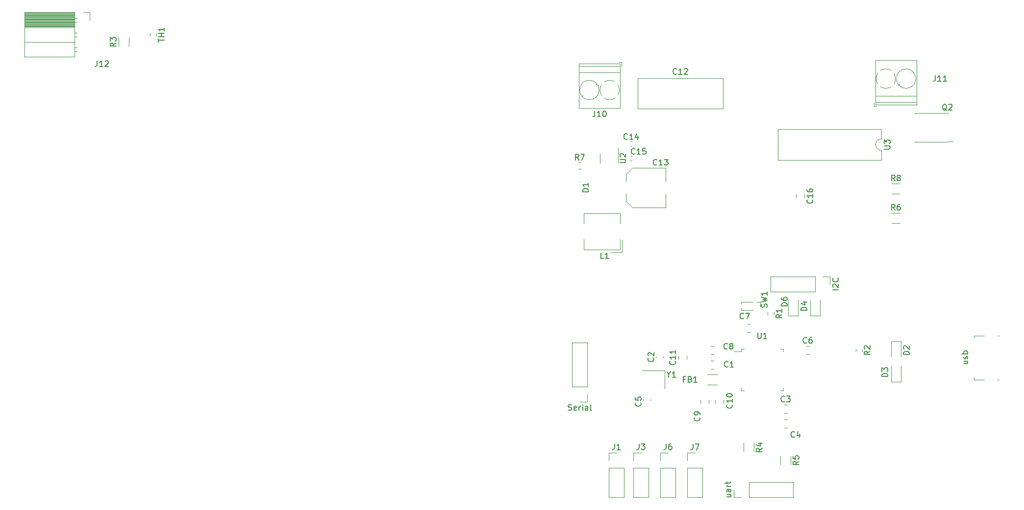
<source format=gbr>
%TF.GenerationSoftware,KiCad,Pcbnew,7.0.8*%
%TF.CreationDate,2025-04-12T00:46:53+05:30*%
%TF.ProjectId,hardware assignement,68617264-7761-4726-9520-61737369676e,rev?*%
%TF.SameCoordinates,Original*%
%TF.FileFunction,Legend,Top*%
%TF.FilePolarity,Positive*%
%FSLAX46Y46*%
G04 Gerber Fmt 4.6, Leading zero omitted, Abs format (unit mm)*
G04 Created by KiCad (PCBNEW 7.0.8) date 2025-04-12 00:46:53*
%MOMM*%
%LPD*%
G01*
G04 APERTURE LIST*
%ADD10C,0.150000*%
%ADD11C,0.120000*%
%ADD12C,0.100000*%
G04 APERTURE END LIST*
D10*
X146058152Y-102433333D02*
X146724819Y-102433333D01*
X146058152Y-102861904D02*
X146581961Y-102861904D01*
X146581961Y-102861904D02*
X146677200Y-102814285D01*
X146677200Y-102814285D02*
X146724819Y-102719047D01*
X146724819Y-102719047D02*
X146724819Y-102576190D01*
X146724819Y-102576190D02*
X146677200Y-102480952D01*
X146677200Y-102480952D02*
X146629580Y-102433333D01*
X146724819Y-101528571D02*
X146201009Y-101528571D01*
X146201009Y-101528571D02*
X146105771Y-101576190D01*
X146105771Y-101576190D02*
X146058152Y-101671428D01*
X146058152Y-101671428D02*
X146058152Y-101861904D01*
X146058152Y-101861904D02*
X146105771Y-101957142D01*
X146677200Y-101528571D02*
X146724819Y-101623809D01*
X146724819Y-101623809D02*
X146724819Y-101861904D01*
X146724819Y-101861904D02*
X146677200Y-101957142D01*
X146677200Y-101957142D02*
X146581961Y-102004761D01*
X146581961Y-102004761D02*
X146486723Y-102004761D01*
X146486723Y-102004761D02*
X146391485Y-101957142D01*
X146391485Y-101957142D02*
X146343866Y-101861904D01*
X146343866Y-101861904D02*
X146343866Y-101623809D01*
X146343866Y-101623809D02*
X146296247Y-101528571D01*
X146724819Y-101052380D02*
X146058152Y-101052380D01*
X146248628Y-101052380D02*
X146153390Y-101004761D01*
X146153390Y-101004761D02*
X146105771Y-100957142D01*
X146105771Y-100957142D02*
X146058152Y-100861904D01*
X146058152Y-100861904D02*
X146058152Y-100766666D01*
X146058152Y-100576189D02*
X146058152Y-100195237D01*
X145724819Y-100433332D02*
X146581961Y-100433332D01*
X146581961Y-100433332D02*
X146677200Y-100385713D01*
X146677200Y-100385713D02*
X146724819Y-100290475D01*
X146724819Y-100290475D02*
X146724819Y-100195237D01*
X165334819Y-67016189D02*
X164334819Y-67016189D01*
X164430057Y-66587618D02*
X164382438Y-66539999D01*
X164382438Y-66539999D02*
X164334819Y-66444761D01*
X164334819Y-66444761D02*
X164334819Y-66206666D01*
X164334819Y-66206666D02*
X164382438Y-66111428D01*
X164382438Y-66111428D02*
X164430057Y-66063809D01*
X164430057Y-66063809D02*
X164525295Y-66016190D01*
X164525295Y-66016190D02*
X164620533Y-66016190D01*
X164620533Y-66016190D02*
X164763390Y-66063809D01*
X164763390Y-66063809D02*
X165334819Y-66635237D01*
X165334819Y-66635237D02*
X165334819Y-66016190D01*
X165239580Y-65016190D02*
X165287200Y-65063809D01*
X165287200Y-65063809D02*
X165334819Y-65206666D01*
X165334819Y-65206666D02*
X165334819Y-65301904D01*
X165334819Y-65301904D02*
X165287200Y-65444761D01*
X165287200Y-65444761D02*
X165191961Y-65539999D01*
X165191961Y-65539999D02*
X165096723Y-65587618D01*
X165096723Y-65587618D02*
X164906247Y-65635237D01*
X164906247Y-65635237D02*
X164763390Y-65635237D01*
X164763390Y-65635237D02*
X164572914Y-65587618D01*
X164572914Y-65587618D02*
X164477676Y-65539999D01*
X164477676Y-65539999D02*
X164382438Y-65444761D01*
X164382438Y-65444761D02*
X164334819Y-65301904D01*
X164334819Y-65301904D02*
X164334819Y-65206666D01*
X164334819Y-65206666D02*
X164382438Y-65063809D01*
X164382438Y-65063809D02*
X164430057Y-65016190D01*
X186988152Y-79382857D02*
X187654819Y-79382857D01*
X186988152Y-79811428D02*
X187511961Y-79811428D01*
X187511961Y-79811428D02*
X187607200Y-79763809D01*
X187607200Y-79763809D02*
X187654819Y-79668571D01*
X187654819Y-79668571D02*
X187654819Y-79525714D01*
X187654819Y-79525714D02*
X187607200Y-79430476D01*
X187607200Y-79430476D02*
X187559580Y-79382857D01*
X187607200Y-78954285D02*
X187654819Y-78859047D01*
X187654819Y-78859047D02*
X187654819Y-78668571D01*
X187654819Y-78668571D02*
X187607200Y-78573333D01*
X187607200Y-78573333D02*
X187511961Y-78525714D01*
X187511961Y-78525714D02*
X187464342Y-78525714D01*
X187464342Y-78525714D02*
X187369104Y-78573333D01*
X187369104Y-78573333D02*
X187321485Y-78668571D01*
X187321485Y-78668571D02*
X187321485Y-78811428D01*
X187321485Y-78811428D02*
X187273866Y-78906666D01*
X187273866Y-78906666D02*
X187178628Y-78954285D01*
X187178628Y-78954285D02*
X187131009Y-78954285D01*
X187131009Y-78954285D02*
X187035771Y-78906666D01*
X187035771Y-78906666D02*
X186988152Y-78811428D01*
X186988152Y-78811428D02*
X186988152Y-78668571D01*
X186988152Y-78668571D02*
X187035771Y-78573333D01*
X187654819Y-78097142D02*
X186654819Y-78097142D01*
X187035771Y-78097142D02*
X186988152Y-78001904D01*
X186988152Y-78001904D02*
X186988152Y-77811428D01*
X186988152Y-77811428D02*
X187035771Y-77716190D01*
X187035771Y-77716190D02*
X187083390Y-77668571D01*
X187083390Y-77668571D02*
X187178628Y-77620952D01*
X187178628Y-77620952D02*
X187464342Y-77620952D01*
X187464342Y-77620952D02*
X187559580Y-77668571D01*
X187559580Y-77668571D02*
X187607200Y-77716190D01*
X187607200Y-77716190D02*
X187654819Y-77811428D01*
X187654819Y-77811428D02*
X187654819Y-78001904D01*
X187654819Y-78001904D02*
X187607200Y-78097142D01*
X118673809Y-87817200D02*
X118816666Y-87864819D01*
X118816666Y-87864819D02*
X119054761Y-87864819D01*
X119054761Y-87864819D02*
X119149999Y-87817200D01*
X119149999Y-87817200D02*
X119197618Y-87769580D01*
X119197618Y-87769580D02*
X119245237Y-87674342D01*
X119245237Y-87674342D02*
X119245237Y-87579104D01*
X119245237Y-87579104D02*
X119197618Y-87483866D01*
X119197618Y-87483866D02*
X119149999Y-87436247D01*
X119149999Y-87436247D02*
X119054761Y-87388628D01*
X119054761Y-87388628D02*
X118864285Y-87341009D01*
X118864285Y-87341009D02*
X118769047Y-87293390D01*
X118769047Y-87293390D02*
X118721428Y-87245771D01*
X118721428Y-87245771D02*
X118673809Y-87150533D01*
X118673809Y-87150533D02*
X118673809Y-87055295D01*
X118673809Y-87055295D02*
X118721428Y-86960057D01*
X118721428Y-86960057D02*
X118769047Y-86912438D01*
X118769047Y-86912438D02*
X118864285Y-86864819D01*
X118864285Y-86864819D02*
X119102380Y-86864819D01*
X119102380Y-86864819D02*
X119245237Y-86912438D01*
X120054761Y-87817200D02*
X119959523Y-87864819D01*
X119959523Y-87864819D02*
X119769047Y-87864819D01*
X119769047Y-87864819D02*
X119673809Y-87817200D01*
X119673809Y-87817200D02*
X119626190Y-87721961D01*
X119626190Y-87721961D02*
X119626190Y-87341009D01*
X119626190Y-87341009D02*
X119673809Y-87245771D01*
X119673809Y-87245771D02*
X119769047Y-87198152D01*
X119769047Y-87198152D02*
X119959523Y-87198152D01*
X119959523Y-87198152D02*
X120054761Y-87245771D01*
X120054761Y-87245771D02*
X120102380Y-87341009D01*
X120102380Y-87341009D02*
X120102380Y-87436247D01*
X120102380Y-87436247D02*
X119626190Y-87531485D01*
X120530952Y-87864819D02*
X120530952Y-87198152D01*
X120530952Y-87388628D02*
X120578571Y-87293390D01*
X120578571Y-87293390D02*
X120626190Y-87245771D01*
X120626190Y-87245771D02*
X120721428Y-87198152D01*
X120721428Y-87198152D02*
X120816666Y-87198152D01*
X121150000Y-87864819D02*
X121150000Y-87198152D01*
X121150000Y-86864819D02*
X121102381Y-86912438D01*
X121102381Y-86912438D02*
X121150000Y-86960057D01*
X121150000Y-86960057D02*
X121197619Y-86912438D01*
X121197619Y-86912438D02*
X121150000Y-86864819D01*
X121150000Y-86864819D02*
X121150000Y-86960057D01*
X122054761Y-87864819D02*
X122054761Y-87341009D01*
X122054761Y-87341009D02*
X122007142Y-87245771D01*
X122007142Y-87245771D02*
X121911904Y-87198152D01*
X121911904Y-87198152D02*
X121721428Y-87198152D01*
X121721428Y-87198152D02*
X121626190Y-87245771D01*
X122054761Y-87817200D02*
X121959523Y-87864819D01*
X121959523Y-87864819D02*
X121721428Y-87864819D01*
X121721428Y-87864819D02*
X121626190Y-87817200D01*
X121626190Y-87817200D02*
X121578571Y-87721961D01*
X121578571Y-87721961D02*
X121578571Y-87626723D01*
X121578571Y-87626723D02*
X121626190Y-87531485D01*
X121626190Y-87531485D02*
X121721428Y-87483866D01*
X121721428Y-87483866D02*
X121959523Y-87483866D01*
X121959523Y-87483866D02*
X122054761Y-87436247D01*
X122673809Y-87864819D02*
X122578571Y-87817200D01*
X122578571Y-87817200D02*
X122530952Y-87721961D01*
X122530952Y-87721961D02*
X122530952Y-86864819D01*
X40544819Y-24296666D02*
X40068628Y-24629999D01*
X40544819Y-24868094D02*
X39544819Y-24868094D01*
X39544819Y-24868094D02*
X39544819Y-24487142D01*
X39544819Y-24487142D02*
X39592438Y-24391904D01*
X39592438Y-24391904D02*
X39640057Y-24344285D01*
X39640057Y-24344285D02*
X39735295Y-24296666D01*
X39735295Y-24296666D02*
X39878152Y-24296666D01*
X39878152Y-24296666D02*
X39973390Y-24344285D01*
X39973390Y-24344285D02*
X40021009Y-24391904D01*
X40021009Y-24391904D02*
X40068628Y-24487142D01*
X40068628Y-24487142D02*
X40068628Y-24868094D01*
X39544819Y-23963332D02*
X39544819Y-23344285D01*
X39544819Y-23344285D02*
X39925771Y-23677618D01*
X39925771Y-23677618D02*
X39925771Y-23534761D01*
X39925771Y-23534761D02*
X39973390Y-23439523D01*
X39973390Y-23439523D02*
X40021009Y-23391904D01*
X40021009Y-23391904D02*
X40116247Y-23344285D01*
X40116247Y-23344285D02*
X40354342Y-23344285D01*
X40354342Y-23344285D02*
X40449580Y-23391904D01*
X40449580Y-23391904D02*
X40497200Y-23439523D01*
X40497200Y-23439523D02*
X40544819Y-23534761D01*
X40544819Y-23534761D02*
X40544819Y-23820475D01*
X40544819Y-23820475D02*
X40497200Y-23915713D01*
X40497200Y-23915713D02*
X40449580Y-23963332D01*
X160789580Y-51442857D02*
X160837200Y-51490476D01*
X160837200Y-51490476D02*
X160884819Y-51633333D01*
X160884819Y-51633333D02*
X160884819Y-51728571D01*
X160884819Y-51728571D02*
X160837200Y-51871428D01*
X160837200Y-51871428D02*
X160741961Y-51966666D01*
X160741961Y-51966666D02*
X160646723Y-52014285D01*
X160646723Y-52014285D02*
X160456247Y-52061904D01*
X160456247Y-52061904D02*
X160313390Y-52061904D01*
X160313390Y-52061904D02*
X160122914Y-52014285D01*
X160122914Y-52014285D02*
X160027676Y-51966666D01*
X160027676Y-51966666D02*
X159932438Y-51871428D01*
X159932438Y-51871428D02*
X159884819Y-51728571D01*
X159884819Y-51728571D02*
X159884819Y-51633333D01*
X159884819Y-51633333D02*
X159932438Y-51490476D01*
X159932438Y-51490476D02*
X159980057Y-51442857D01*
X160884819Y-50490476D02*
X160884819Y-51061904D01*
X160884819Y-50776190D02*
X159884819Y-50776190D01*
X159884819Y-50776190D02*
X160027676Y-50871428D01*
X160027676Y-50871428D02*
X160122914Y-50966666D01*
X160122914Y-50966666D02*
X160170533Y-51061904D01*
X159884819Y-49633333D02*
X159884819Y-49823809D01*
X159884819Y-49823809D02*
X159932438Y-49919047D01*
X159932438Y-49919047D02*
X159980057Y-49966666D01*
X159980057Y-49966666D02*
X160122914Y-50061904D01*
X160122914Y-50061904D02*
X160313390Y-50109523D01*
X160313390Y-50109523D02*
X160694342Y-50109523D01*
X160694342Y-50109523D02*
X160789580Y-50061904D01*
X160789580Y-50061904D02*
X160837200Y-50014285D01*
X160837200Y-50014285D02*
X160884819Y-49919047D01*
X160884819Y-49919047D02*
X160884819Y-49728571D01*
X160884819Y-49728571D02*
X160837200Y-49633333D01*
X160837200Y-49633333D02*
X160789580Y-49585714D01*
X160789580Y-49585714D02*
X160694342Y-49538095D01*
X160694342Y-49538095D02*
X160456247Y-49538095D01*
X160456247Y-49538095D02*
X160361009Y-49585714D01*
X160361009Y-49585714D02*
X160313390Y-49633333D01*
X160313390Y-49633333D02*
X160265771Y-49728571D01*
X160265771Y-49728571D02*
X160265771Y-49919047D01*
X160265771Y-49919047D02*
X160313390Y-50014285D01*
X160313390Y-50014285D02*
X160361009Y-50061904D01*
X160361009Y-50061904D02*
X160456247Y-50109523D01*
X137109580Y-79382857D02*
X137157200Y-79430476D01*
X137157200Y-79430476D02*
X137204819Y-79573333D01*
X137204819Y-79573333D02*
X137204819Y-79668571D01*
X137204819Y-79668571D02*
X137157200Y-79811428D01*
X137157200Y-79811428D02*
X137061961Y-79906666D01*
X137061961Y-79906666D02*
X136966723Y-79954285D01*
X136966723Y-79954285D02*
X136776247Y-80001904D01*
X136776247Y-80001904D02*
X136633390Y-80001904D01*
X136633390Y-80001904D02*
X136442914Y-79954285D01*
X136442914Y-79954285D02*
X136347676Y-79906666D01*
X136347676Y-79906666D02*
X136252438Y-79811428D01*
X136252438Y-79811428D02*
X136204819Y-79668571D01*
X136204819Y-79668571D02*
X136204819Y-79573333D01*
X136204819Y-79573333D02*
X136252438Y-79430476D01*
X136252438Y-79430476D02*
X136300057Y-79382857D01*
X137204819Y-78430476D02*
X137204819Y-79001904D01*
X137204819Y-78716190D02*
X136204819Y-78716190D01*
X136204819Y-78716190D02*
X136347676Y-78811428D01*
X136347676Y-78811428D02*
X136442914Y-78906666D01*
X136442914Y-78906666D02*
X136490533Y-79001904D01*
X137204819Y-77478095D02*
X137204819Y-78049523D01*
X137204819Y-77763809D02*
X136204819Y-77763809D01*
X136204819Y-77763809D02*
X136347676Y-77859047D01*
X136347676Y-77859047D02*
X136442914Y-77954285D01*
X136442914Y-77954285D02*
X136490533Y-78049523D01*
X146908642Y-86877877D02*
X146956262Y-86925496D01*
X146956262Y-86925496D02*
X147003881Y-87068353D01*
X147003881Y-87068353D02*
X147003881Y-87163591D01*
X147003881Y-87163591D02*
X146956262Y-87306448D01*
X146956262Y-87306448D02*
X146861023Y-87401686D01*
X146861023Y-87401686D02*
X146765785Y-87449305D01*
X146765785Y-87449305D02*
X146575309Y-87496924D01*
X146575309Y-87496924D02*
X146432452Y-87496924D01*
X146432452Y-87496924D02*
X146241976Y-87449305D01*
X146241976Y-87449305D02*
X146146738Y-87401686D01*
X146146738Y-87401686D02*
X146051500Y-87306448D01*
X146051500Y-87306448D02*
X146003881Y-87163591D01*
X146003881Y-87163591D02*
X146003881Y-87068353D01*
X146003881Y-87068353D02*
X146051500Y-86925496D01*
X146051500Y-86925496D02*
X146099119Y-86877877D01*
X147003881Y-85925496D02*
X147003881Y-86496924D01*
X147003881Y-86211210D02*
X146003881Y-86211210D01*
X146003881Y-86211210D02*
X146146738Y-86306448D01*
X146146738Y-86306448D02*
X146241976Y-86401686D01*
X146241976Y-86401686D02*
X146289595Y-86496924D01*
X146003881Y-85306448D02*
X146003881Y-85211210D01*
X146003881Y-85211210D02*
X146051500Y-85115972D01*
X146051500Y-85115972D02*
X146099119Y-85068353D01*
X146099119Y-85068353D02*
X146194357Y-85020734D01*
X146194357Y-85020734D02*
X146384833Y-84973115D01*
X146384833Y-84973115D02*
X146622928Y-84973115D01*
X146622928Y-84973115D02*
X146813404Y-85020734D01*
X146813404Y-85020734D02*
X146908642Y-85068353D01*
X146908642Y-85068353D02*
X146956262Y-85115972D01*
X146956262Y-85115972D02*
X147003881Y-85211210D01*
X147003881Y-85211210D02*
X147003881Y-85306448D01*
X147003881Y-85306448D02*
X146956262Y-85401686D01*
X146956262Y-85401686D02*
X146908642Y-85449305D01*
X146908642Y-85449305D02*
X146813404Y-85496924D01*
X146813404Y-85496924D02*
X146622928Y-85544543D01*
X146622928Y-85544543D02*
X146384833Y-85544543D01*
X146384833Y-85544543D02*
X146194357Y-85496924D01*
X146194357Y-85496924D02*
X146099119Y-85449305D01*
X146099119Y-85449305D02*
X146051500Y-85401686D01*
X146051500Y-85401686D02*
X146003881Y-85306448D01*
X37290476Y-27394819D02*
X37290476Y-28109104D01*
X37290476Y-28109104D02*
X37242857Y-28251961D01*
X37242857Y-28251961D02*
X37147619Y-28347200D01*
X37147619Y-28347200D02*
X37004762Y-28394819D01*
X37004762Y-28394819D02*
X36909524Y-28394819D01*
X38290476Y-28394819D02*
X37719048Y-28394819D01*
X38004762Y-28394819D02*
X38004762Y-27394819D01*
X38004762Y-27394819D02*
X37909524Y-27537676D01*
X37909524Y-27537676D02*
X37814286Y-27632914D01*
X37814286Y-27632914D02*
X37719048Y-27680533D01*
X38671429Y-27490057D02*
X38719048Y-27442438D01*
X38719048Y-27442438D02*
X38814286Y-27394819D01*
X38814286Y-27394819D02*
X39052381Y-27394819D01*
X39052381Y-27394819D02*
X39147619Y-27442438D01*
X39147619Y-27442438D02*
X39195238Y-27490057D01*
X39195238Y-27490057D02*
X39242857Y-27585295D01*
X39242857Y-27585295D02*
X39242857Y-27680533D01*
X39242857Y-27680533D02*
X39195238Y-27823390D01*
X39195238Y-27823390D02*
X38623810Y-28394819D01*
X38623810Y-28394819D02*
X39242857Y-28394819D01*
X47874819Y-24145713D02*
X47874819Y-23574285D01*
X48874819Y-23859999D02*
X47874819Y-23859999D01*
X48874819Y-23240951D02*
X47874819Y-23240951D01*
X48351009Y-23240951D02*
X48351009Y-22669523D01*
X48874819Y-22669523D02*
X47874819Y-22669523D01*
X48874819Y-21669523D02*
X48874819Y-22240951D01*
X48874819Y-21955237D02*
X47874819Y-21955237D01*
X47874819Y-21955237D02*
X48017676Y-22050475D01*
X48017676Y-22050475D02*
X48112914Y-22145713D01*
X48112914Y-22145713D02*
X48160533Y-22240951D01*
X175103333Y-48159819D02*
X174770000Y-47683628D01*
X174531905Y-48159819D02*
X174531905Y-47159819D01*
X174531905Y-47159819D02*
X174912857Y-47159819D01*
X174912857Y-47159819D02*
X175008095Y-47207438D01*
X175008095Y-47207438D02*
X175055714Y-47255057D01*
X175055714Y-47255057D02*
X175103333Y-47350295D01*
X175103333Y-47350295D02*
X175103333Y-47493152D01*
X175103333Y-47493152D02*
X175055714Y-47588390D01*
X175055714Y-47588390D02*
X175008095Y-47636009D01*
X175008095Y-47636009D02*
X174912857Y-47683628D01*
X174912857Y-47683628D02*
X174531905Y-47683628D01*
X175674762Y-47588390D02*
X175579524Y-47540771D01*
X175579524Y-47540771D02*
X175531905Y-47493152D01*
X175531905Y-47493152D02*
X175484286Y-47397914D01*
X175484286Y-47397914D02*
X175484286Y-47350295D01*
X175484286Y-47350295D02*
X175531905Y-47255057D01*
X175531905Y-47255057D02*
X175579524Y-47207438D01*
X175579524Y-47207438D02*
X175674762Y-47159819D01*
X175674762Y-47159819D02*
X175865238Y-47159819D01*
X175865238Y-47159819D02*
X175960476Y-47207438D01*
X175960476Y-47207438D02*
X176008095Y-47255057D01*
X176008095Y-47255057D02*
X176055714Y-47350295D01*
X176055714Y-47350295D02*
X176055714Y-47397914D01*
X176055714Y-47397914D02*
X176008095Y-47493152D01*
X176008095Y-47493152D02*
X175960476Y-47540771D01*
X175960476Y-47540771D02*
X175865238Y-47588390D01*
X175865238Y-47588390D02*
X175674762Y-47588390D01*
X175674762Y-47588390D02*
X175579524Y-47636009D01*
X175579524Y-47636009D02*
X175531905Y-47683628D01*
X175531905Y-47683628D02*
X175484286Y-47778866D01*
X175484286Y-47778866D02*
X175484286Y-47969342D01*
X175484286Y-47969342D02*
X175531905Y-48064580D01*
X175531905Y-48064580D02*
X175579524Y-48112200D01*
X175579524Y-48112200D02*
X175674762Y-48159819D01*
X175674762Y-48159819D02*
X175865238Y-48159819D01*
X175865238Y-48159819D02*
X175960476Y-48112200D01*
X175960476Y-48112200D02*
X176008095Y-48064580D01*
X176008095Y-48064580D02*
X176055714Y-47969342D01*
X176055714Y-47969342D02*
X176055714Y-47778866D01*
X176055714Y-47778866D02*
X176008095Y-47683628D01*
X176008095Y-47683628D02*
X175960476Y-47636009D01*
X175960476Y-47636009D02*
X175865238Y-47588390D01*
X175103333Y-53239819D02*
X174770000Y-52763628D01*
X174531905Y-53239819D02*
X174531905Y-52239819D01*
X174531905Y-52239819D02*
X174912857Y-52239819D01*
X174912857Y-52239819D02*
X175008095Y-52287438D01*
X175008095Y-52287438D02*
X175055714Y-52335057D01*
X175055714Y-52335057D02*
X175103333Y-52430295D01*
X175103333Y-52430295D02*
X175103333Y-52573152D01*
X175103333Y-52573152D02*
X175055714Y-52668390D01*
X175055714Y-52668390D02*
X175008095Y-52716009D01*
X175008095Y-52716009D02*
X174912857Y-52763628D01*
X174912857Y-52763628D02*
X174531905Y-52763628D01*
X175960476Y-52239819D02*
X175770000Y-52239819D01*
X175770000Y-52239819D02*
X175674762Y-52287438D01*
X175674762Y-52287438D02*
X175627143Y-52335057D01*
X175627143Y-52335057D02*
X175531905Y-52477914D01*
X175531905Y-52477914D02*
X175484286Y-52668390D01*
X175484286Y-52668390D02*
X175484286Y-53049342D01*
X175484286Y-53049342D02*
X175531905Y-53144580D01*
X175531905Y-53144580D02*
X175579524Y-53192200D01*
X175579524Y-53192200D02*
X175674762Y-53239819D01*
X175674762Y-53239819D02*
X175865238Y-53239819D01*
X175865238Y-53239819D02*
X175960476Y-53192200D01*
X175960476Y-53192200D02*
X176008095Y-53144580D01*
X176008095Y-53144580D02*
X176055714Y-53049342D01*
X176055714Y-53049342D02*
X176055714Y-52811247D01*
X176055714Y-52811247D02*
X176008095Y-52716009D01*
X176008095Y-52716009D02*
X175960476Y-52668390D01*
X175960476Y-52668390D02*
X175865238Y-52620771D01*
X175865238Y-52620771D02*
X175674762Y-52620771D01*
X175674762Y-52620771D02*
X175579524Y-52668390D01*
X175579524Y-52668390D02*
X175531905Y-52716009D01*
X175531905Y-52716009D02*
X175484286Y-52811247D01*
X158484819Y-96686666D02*
X158008628Y-97019999D01*
X158484819Y-97258094D02*
X157484819Y-97258094D01*
X157484819Y-97258094D02*
X157484819Y-96877142D01*
X157484819Y-96877142D02*
X157532438Y-96781904D01*
X157532438Y-96781904D02*
X157580057Y-96734285D01*
X157580057Y-96734285D02*
X157675295Y-96686666D01*
X157675295Y-96686666D02*
X157818152Y-96686666D01*
X157818152Y-96686666D02*
X157913390Y-96734285D01*
X157913390Y-96734285D02*
X157961009Y-96781904D01*
X157961009Y-96781904D02*
X158008628Y-96877142D01*
X158008628Y-96877142D02*
X158008628Y-97258094D01*
X157484819Y-95781904D02*
X157484819Y-96258094D01*
X157484819Y-96258094D02*
X157961009Y-96305713D01*
X157961009Y-96305713D02*
X157913390Y-96258094D01*
X157913390Y-96258094D02*
X157865771Y-96162856D01*
X157865771Y-96162856D02*
X157865771Y-95924761D01*
X157865771Y-95924761D02*
X157913390Y-95829523D01*
X157913390Y-95829523D02*
X157961009Y-95781904D01*
X157961009Y-95781904D02*
X158056247Y-95734285D01*
X158056247Y-95734285D02*
X158294342Y-95734285D01*
X158294342Y-95734285D02*
X158389580Y-95781904D01*
X158389580Y-95781904D02*
X158437200Y-95829523D01*
X158437200Y-95829523D02*
X158484819Y-95924761D01*
X158484819Y-95924761D02*
X158484819Y-96162856D01*
X158484819Y-96162856D02*
X158437200Y-96258094D01*
X158437200Y-96258094D02*
X158389580Y-96305713D01*
X152134819Y-94426666D02*
X151658628Y-94759999D01*
X152134819Y-94998094D02*
X151134819Y-94998094D01*
X151134819Y-94998094D02*
X151134819Y-94617142D01*
X151134819Y-94617142D02*
X151182438Y-94521904D01*
X151182438Y-94521904D02*
X151230057Y-94474285D01*
X151230057Y-94474285D02*
X151325295Y-94426666D01*
X151325295Y-94426666D02*
X151468152Y-94426666D01*
X151468152Y-94426666D02*
X151563390Y-94474285D01*
X151563390Y-94474285D02*
X151611009Y-94521904D01*
X151611009Y-94521904D02*
X151658628Y-94617142D01*
X151658628Y-94617142D02*
X151658628Y-94998094D01*
X151468152Y-93569523D02*
X152134819Y-93569523D01*
X151087200Y-93807618D02*
X151801485Y-94045713D01*
X151801485Y-94045713D02*
X151801485Y-93426666D01*
X124793333Y-61614819D02*
X124317143Y-61614819D01*
X124317143Y-61614819D02*
X124317143Y-60614819D01*
X125650476Y-61614819D02*
X125079048Y-61614819D01*
X125364762Y-61614819D02*
X125364762Y-60614819D01*
X125364762Y-60614819D02*
X125269524Y-60757676D01*
X125269524Y-60757676D02*
X125174286Y-60852914D01*
X125174286Y-60852914D02*
X125079048Y-60900533D01*
X182070476Y-29934819D02*
X182070476Y-30649104D01*
X182070476Y-30649104D02*
X182022857Y-30791961D01*
X182022857Y-30791961D02*
X181927619Y-30887200D01*
X181927619Y-30887200D02*
X181784762Y-30934819D01*
X181784762Y-30934819D02*
X181689524Y-30934819D01*
X183070476Y-30934819D02*
X182499048Y-30934819D01*
X182784762Y-30934819D02*
X182784762Y-29934819D01*
X182784762Y-29934819D02*
X182689524Y-30077676D01*
X182689524Y-30077676D02*
X182594286Y-30172914D01*
X182594286Y-30172914D02*
X182499048Y-30220533D01*
X184022857Y-30934819D02*
X183451429Y-30934819D01*
X183737143Y-30934819D02*
X183737143Y-29934819D01*
X183737143Y-29934819D02*
X183641905Y-30077676D01*
X183641905Y-30077676D02*
X183546667Y-30172914D01*
X183546667Y-30172914D02*
X183451429Y-30220533D01*
X123260476Y-36064819D02*
X123260476Y-36779104D01*
X123260476Y-36779104D02*
X123212857Y-36921961D01*
X123212857Y-36921961D02*
X123117619Y-37017200D01*
X123117619Y-37017200D02*
X122974762Y-37064819D01*
X122974762Y-37064819D02*
X122879524Y-37064819D01*
X124260476Y-37064819D02*
X123689048Y-37064819D01*
X123974762Y-37064819D02*
X123974762Y-36064819D01*
X123974762Y-36064819D02*
X123879524Y-36207676D01*
X123879524Y-36207676D02*
X123784286Y-36302914D01*
X123784286Y-36302914D02*
X123689048Y-36350533D01*
X124879524Y-36064819D02*
X124974762Y-36064819D01*
X124974762Y-36064819D02*
X125070000Y-36112438D01*
X125070000Y-36112438D02*
X125117619Y-36160057D01*
X125117619Y-36160057D02*
X125165238Y-36255295D01*
X125165238Y-36255295D02*
X125212857Y-36445771D01*
X125212857Y-36445771D02*
X125212857Y-36683866D01*
X125212857Y-36683866D02*
X125165238Y-36874342D01*
X125165238Y-36874342D02*
X125117619Y-36969580D01*
X125117619Y-36969580D02*
X125070000Y-37017200D01*
X125070000Y-37017200D02*
X124974762Y-37064819D01*
X124974762Y-37064819D02*
X124879524Y-37064819D01*
X124879524Y-37064819D02*
X124784286Y-37017200D01*
X124784286Y-37017200D02*
X124736667Y-36969580D01*
X124736667Y-36969580D02*
X124689048Y-36874342D01*
X124689048Y-36874342D02*
X124641429Y-36683866D01*
X124641429Y-36683866D02*
X124641429Y-36445771D01*
X124641429Y-36445771D02*
X124689048Y-36255295D01*
X124689048Y-36255295D02*
X124736667Y-36160057D01*
X124736667Y-36160057D02*
X124784286Y-36112438D01*
X124784286Y-36112438D02*
X124879524Y-36064819D01*
X140206666Y-93659819D02*
X140206666Y-94374104D01*
X140206666Y-94374104D02*
X140159047Y-94516961D01*
X140159047Y-94516961D02*
X140063809Y-94612200D01*
X140063809Y-94612200D02*
X139920952Y-94659819D01*
X139920952Y-94659819D02*
X139825714Y-94659819D01*
X140587619Y-93659819D02*
X141254285Y-93659819D01*
X141254285Y-93659819D02*
X140825714Y-94659819D01*
X135556666Y-93659819D02*
X135556666Y-94374104D01*
X135556666Y-94374104D02*
X135509047Y-94516961D01*
X135509047Y-94516961D02*
X135413809Y-94612200D01*
X135413809Y-94612200D02*
X135270952Y-94659819D01*
X135270952Y-94659819D02*
X135175714Y-94659819D01*
X136461428Y-93659819D02*
X136270952Y-93659819D01*
X136270952Y-93659819D02*
X136175714Y-93707438D01*
X136175714Y-93707438D02*
X136128095Y-93755057D01*
X136128095Y-93755057D02*
X136032857Y-93897914D01*
X136032857Y-93897914D02*
X135985238Y-94088390D01*
X135985238Y-94088390D02*
X135985238Y-94469342D01*
X135985238Y-94469342D02*
X136032857Y-94564580D01*
X136032857Y-94564580D02*
X136080476Y-94612200D01*
X136080476Y-94612200D02*
X136175714Y-94659819D01*
X136175714Y-94659819D02*
X136366190Y-94659819D01*
X136366190Y-94659819D02*
X136461428Y-94612200D01*
X136461428Y-94612200D02*
X136509047Y-94564580D01*
X136509047Y-94564580D02*
X136556666Y-94469342D01*
X136556666Y-94469342D02*
X136556666Y-94231247D01*
X136556666Y-94231247D02*
X136509047Y-94136009D01*
X136509047Y-94136009D02*
X136461428Y-94088390D01*
X136461428Y-94088390D02*
X136366190Y-94040771D01*
X136366190Y-94040771D02*
X136175714Y-94040771D01*
X136175714Y-94040771D02*
X136080476Y-94088390D01*
X136080476Y-94088390D02*
X136032857Y-94136009D01*
X136032857Y-94136009D02*
X135985238Y-94231247D01*
X130906666Y-93659819D02*
X130906666Y-94374104D01*
X130906666Y-94374104D02*
X130859047Y-94516961D01*
X130859047Y-94516961D02*
X130763809Y-94612200D01*
X130763809Y-94612200D02*
X130620952Y-94659819D01*
X130620952Y-94659819D02*
X130525714Y-94659819D01*
X131287619Y-93659819D02*
X131906666Y-93659819D01*
X131906666Y-93659819D02*
X131573333Y-94040771D01*
X131573333Y-94040771D02*
X131716190Y-94040771D01*
X131716190Y-94040771D02*
X131811428Y-94088390D01*
X131811428Y-94088390D02*
X131859047Y-94136009D01*
X131859047Y-94136009D02*
X131906666Y-94231247D01*
X131906666Y-94231247D02*
X131906666Y-94469342D01*
X131906666Y-94469342D02*
X131859047Y-94564580D01*
X131859047Y-94564580D02*
X131811428Y-94612200D01*
X131811428Y-94612200D02*
X131716190Y-94659819D01*
X131716190Y-94659819D02*
X131430476Y-94659819D01*
X131430476Y-94659819D02*
X131335238Y-94612200D01*
X131335238Y-94612200D02*
X131287619Y-94564580D01*
X126666666Y-93659819D02*
X126666666Y-94374104D01*
X126666666Y-94374104D02*
X126619047Y-94516961D01*
X126619047Y-94516961D02*
X126523809Y-94612200D01*
X126523809Y-94612200D02*
X126380952Y-94659819D01*
X126380952Y-94659819D02*
X126285714Y-94659819D01*
X127666666Y-94659819D02*
X127095238Y-94659819D01*
X127380952Y-94659819D02*
X127380952Y-93659819D01*
X127380952Y-93659819D02*
X127285714Y-93802676D01*
X127285714Y-93802676D02*
X127190476Y-93897914D01*
X127190476Y-93897914D02*
X127095238Y-93945533D01*
X156471927Y-69813105D02*
X155471927Y-69813105D01*
X155471927Y-69813105D02*
X155471927Y-69575010D01*
X155471927Y-69575010D02*
X155519546Y-69432153D01*
X155519546Y-69432153D02*
X155614784Y-69336915D01*
X155614784Y-69336915D02*
X155710022Y-69289296D01*
X155710022Y-69289296D02*
X155900498Y-69241677D01*
X155900498Y-69241677D02*
X156043355Y-69241677D01*
X156043355Y-69241677D02*
X156233831Y-69289296D01*
X156233831Y-69289296D02*
X156329069Y-69336915D01*
X156329069Y-69336915D02*
X156424308Y-69432153D01*
X156424308Y-69432153D02*
X156471927Y-69575010D01*
X156471927Y-69575010D02*
X156471927Y-69813105D01*
X155471927Y-68384534D02*
X155471927Y-68575010D01*
X155471927Y-68575010D02*
X155519546Y-68670248D01*
X155519546Y-68670248D02*
X155567165Y-68717867D01*
X155567165Y-68717867D02*
X155710022Y-68813105D01*
X155710022Y-68813105D02*
X155900498Y-68860724D01*
X155900498Y-68860724D02*
X156281450Y-68860724D01*
X156281450Y-68860724D02*
X156376688Y-68813105D01*
X156376688Y-68813105D02*
X156424308Y-68765486D01*
X156424308Y-68765486D02*
X156471927Y-68670248D01*
X156471927Y-68670248D02*
X156471927Y-68479772D01*
X156471927Y-68479772D02*
X156424308Y-68384534D01*
X156424308Y-68384534D02*
X156376688Y-68336915D01*
X156376688Y-68336915D02*
X156281450Y-68289296D01*
X156281450Y-68289296D02*
X156043355Y-68289296D01*
X156043355Y-68289296D02*
X155948117Y-68336915D01*
X155948117Y-68336915D02*
X155900498Y-68384534D01*
X155900498Y-68384534D02*
X155852879Y-68479772D01*
X155852879Y-68479772D02*
X155852879Y-68670248D01*
X155852879Y-68670248D02*
X155900498Y-68765486D01*
X155900498Y-68765486D02*
X155948117Y-68813105D01*
X155948117Y-68813105D02*
X156043355Y-68860724D01*
X159894819Y-70588094D02*
X158894819Y-70588094D01*
X158894819Y-70588094D02*
X158894819Y-70349999D01*
X158894819Y-70349999D02*
X158942438Y-70207142D01*
X158942438Y-70207142D02*
X159037676Y-70111904D01*
X159037676Y-70111904D02*
X159132914Y-70064285D01*
X159132914Y-70064285D02*
X159323390Y-70016666D01*
X159323390Y-70016666D02*
X159466247Y-70016666D01*
X159466247Y-70016666D02*
X159656723Y-70064285D01*
X159656723Y-70064285D02*
X159751961Y-70111904D01*
X159751961Y-70111904D02*
X159847200Y-70207142D01*
X159847200Y-70207142D02*
X159894819Y-70349999D01*
X159894819Y-70349999D02*
X159894819Y-70588094D01*
X159228152Y-69159523D02*
X159894819Y-69159523D01*
X158847200Y-69397618D02*
X159561485Y-69635713D01*
X159561485Y-69635713D02*
X159561485Y-69016666D01*
X173864819Y-82018094D02*
X172864819Y-82018094D01*
X172864819Y-82018094D02*
X172864819Y-81779999D01*
X172864819Y-81779999D02*
X172912438Y-81637142D01*
X172912438Y-81637142D02*
X173007676Y-81541904D01*
X173007676Y-81541904D02*
X173102914Y-81494285D01*
X173102914Y-81494285D02*
X173293390Y-81446666D01*
X173293390Y-81446666D02*
X173436247Y-81446666D01*
X173436247Y-81446666D02*
X173626723Y-81494285D01*
X173626723Y-81494285D02*
X173721961Y-81541904D01*
X173721961Y-81541904D02*
X173817200Y-81637142D01*
X173817200Y-81637142D02*
X173864819Y-81779999D01*
X173864819Y-81779999D02*
X173864819Y-82018094D01*
X172864819Y-81113332D02*
X172864819Y-80494285D01*
X172864819Y-80494285D02*
X173245771Y-80827618D01*
X173245771Y-80827618D02*
X173245771Y-80684761D01*
X173245771Y-80684761D02*
X173293390Y-80589523D01*
X173293390Y-80589523D02*
X173341009Y-80541904D01*
X173341009Y-80541904D02*
X173436247Y-80494285D01*
X173436247Y-80494285D02*
X173674342Y-80494285D01*
X173674342Y-80494285D02*
X173769580Y-80541904D01*
X173769580Y-80541904D02*
X173817200Y-80589523D01*
X173817200Y-80589523D02*
X173864819Y-80684761D01*
X173864819Y-80684761D02*
X173864819Y-80970475D01*
X173864819Y-80970475D02*
X173817200Y-81065713D01*
X173817200Y-81065713D02*
X173769580Y-81113332D01*
X177564819Y-78208094D02*
X176564819Y-78208094D01*
X176564819Y-78208094D02*
X176564819Y-77969999D01*
X176564819Y-77969999D02*
X176612438Y-77827142D01*
X176612438Y-77827142D02*
X176707676Y-77731904D01*
X176707676Y-77731904D02*
X176802914Y-77684285D01*
X176802914Y-77684285D02*
X176993390Y-77636666D01*
X176993390Y-77636666D02*
X177136247Y-77636666D01*
X177136247Y-77636666D02*
X177326723Y-77684285D01*
X177326723Y-77684285D02*
X177421961Y-77731904D01*
X177421961Y-77731904D02*
X177517200Y-77827142D01*
X177517200Y-77827142D02*
X177564819Y-77969999D01*
X177564819Y-77969999D02*
X177564819Y-78208094D01*
X176660057Y-77255713D02*
X176612438Y-77208094D01*
X176612438Y-77208094D02*
X176564819Y-77112856D01*
X176564819Y-77112856D02*
X176564819Y-76874761D01*
X176564819Y-76874761D02*
X176612438Y-76779523D01*
X176612438Y-76779523D02*
X176660057Y-76731904D01*
X176660057Y-76731904D02*
X176755295Y-76684285D01*
X176755295Y-76684285D02*
X176850533Y-76684285D01*
X176850533Y-76684285D02*
X176993390Y-76731904D01*
X176993390Y-76731904D02*
X177564819Y-77303332D01*
X177564819Y-77303332D02*
X177564819Y-76684285D01*
X130167142Y-43459580D02*
X130119523Y-43507200D01*
X130119523Y-43507200D02*
X129976666Y-43554819D01*
X129976666Y-43554819D02*
X129881428Y-43554819D01*
X129881428Y-43554819D02*
X129738571Y-43507200D01*
X129738571Y-43507200D02*
X129643333Y-43411961D01*
X129643333Y-43411961D02*
X129595714Y-43316723D01*
X129595714Y-43316723D02*
X129548095Y-43126247D01*
X129548095Y-43126247D02*
X129548095Y-42983390D01*
X129548095Y-42983390D02*
X129595714Y-42792914D01*
X129595714Y-42792914D02*
X129643333Y-42697676D01*
X129643333Y-42697676D02*
X129738571Y-42602438D01*
X129738571Y-42602438D02*
X129881428Y-42554819D01*
X129881428Y-42554819D02*
X129976666Y-42554819D01*
X129976666Y-42554819D02*
X130119523Y-42602438D01*
X130119523Y-42602438D02*
X130167142Y-42650057D01*
X131119523Y-43554819D02*
X130548095Y-43554819D01*
X130833809Y-43554819D02*
X130833809Y-42554819D01*
X130833809Y-42554819D02*
X130738571Y-42697676D01*
X130738571Y-42697676D02*
X130643333Y-42792914D01*
X130643333Y-42792914D02*
X130548095Y-42840533D01*
X132024285Y-42554819D02*
X131548095Y-42554819D01*
X131548095Y-42554819D02*
X131500476Y-43031009D01*
X131500476Y-43031009D02*
X131548095Y-42983390D01*
X131548095Y-42983390D02*
X131643333Y-42935771D01*
X131643333Y-42935771D02*
X131881428Y-42935771D01*
X131881428Y-42935771D02*
X131976666Y-42983390D01*
X131976666Y-42983390D02*
X132024285Y-43031009D01*
X132024285Y-43031009D02*
X132071904Y-43126247D01*
X132071904Y-43126247D02*
X132071904Y-43364342D01*
X132071904Y-43364342D02*
X132024285Y-43459580D01*
X132024285Y-43459580D02*
X131976666Y-43507200D01*
X131976666Y-43507200D02*
X131881428Y-43554819D01*
X131881428Y-43554819D02*
X131643333Y-43554819D01*
X131643333Y-43554819D02*
X131548095Y-43507200D01*
X131548095Y-43507200D02*
X131500476Y-43459580D01*
X128897142Y-40919580D02*
X128849523Y-40967200D01*
X128849523Y-40967200D02*
X128706666Y-41014819D01*
X128706666Y-41014819D02*
X128611428Y-41014819D01*
X128611428Y-41014819D02*
X128468571Y-40967200D01*
X128468571Y-40967200D02*
X128373333Y-40871961D01*
X128373333Y-40871961D02*
X128325714Y-40776723D01*
X128325714Y-40776723D02*
X128278095Y-40586247D01*
X128278095Y-40586247D02*
X128278095Y-40443390D01*
X128278095Y-40443390D02*
X128325714Y-40252914D01*
X128325714Y-40252914D02*
X128373333Y-40157676D01*
X128373333Y-40157676D02*
X128468571Y-40062438D01*
X128468571Y-40062438D02*
X128611428Y-40014819D01*
X128611428Y-40014819D02*
X128706666Y-40014819D01*
X128706666Y-40014819D02*
X128849523Y-40062438D01*
X128849523Y-40062438D02*
X128897142Y-40110057D01*
X129849523Y-41014819D02*
X129278095Y-41014819D01*
X129563809Y-41014819D02*
X129563809Y-40014819D01*
X129563809Y-40014819D02*
X129468571Y-40157676D01*
X129468571Y-40157676D02*
X129373333Y-40252914D01*
X129373333Y-40252914D02*
X129278095Y-40300533D01*
X130706666Y-40348152D02*
X130706666Y-41014819D01*
X130468571Y-39967200D02*
X130230476Y-40681485D01*
X130230476Y-40681485D02*
X130849523Y-40681485D01*
X133977142Y-45349580D02*
X133929523Y-45397200D01*
X133929523Y-45397200D02*
X133786666Y-45444819D01*
X133786666Y-45444819D02*
X133691428Y-45444819D01*
X133691428Y-45444819D02*
X133548571Y-45397200D01*
X133548571Y-45397200D02*
X133453333Y-45301961D01*
X133453333Y-45301961D02*
X133405714Y-45206723D01*
X133405714Y-45206723D02*
X133358095Y-45016247D01*
X133358095Y-45016247D02*
X133358095Y-44873390D01*
X133358095Y-44873390D02*
X133405714Y-44682914D01*
X133405714Y-44682914D02*
X133453333Y-44587676D01*
X133453333Y-44587676D02*
X133548571Y-44492438D01*
X133548571Y-44492438D02*
X133691428Y-44444819D01*
X133691428Y-44444819D02*
X133786666Y-44444819D01*
X133786666Y-44444819D02*
X133929523Y-44492438D01*
X133929523Y-44492438D02*
X133977142Y-44540057D01*
X134929523Y-45444819D02*
X134358095Y-45444819D01*
X134643809Y-45444819D02*
X134643809Y-44444819D01*
X134643809Y-44444819D02*
X134548571Y-44587676D01*
X134548571Y-44587676D02*
X134453333Y-44682914D01*
X134453333Y-44682914D02*
X134358095Y-44730533D01*
X135262857Y-44444819D02*
X135881904Y-44444819D01*
X135881904Y-44444819D02*
X135548571Y-44825771D01*
X135548571Y-44825771D02*
X135691428Y-44825771D01*
X135691428Y-44825771D02*
X135786666Y-44873390D01*
X135786666Y-44873390D02*
X135834285Y-44921009D01*
X135834285Y-44921009D02*
X135881904Y-45016247D01*
X135881904Y-45016247D02*
X135881904Y-45254342D01*
X135881904Y-45254342D02*
X135834285Y-45349580D01*
X135834285Y-45349580D02*
X135786666Y-45397200D01*
X135786666Y-45397200D02*
X135691428Y-45444819D01*
X135691428Y-45444819D02*
X135405714Y-45444819D01*
X135405714Y-45444819D02*
X135310476Y-45397200D01*
X135310476Y-45397200D02*
X135262857Y-45349580D01*
X137397142Y-29629580D02*
X137349523Y-29677200D01*
X137349523Y-29677200D02*
X137206666Y-29724819D01*
X137206666Y-29724819D02*
X137111428Y-29724819D01*
X137111428Y-29724819D02*
X136968571Y-29677200D01*
X136968571Y-29677200D02*
X136873333Y-29581961D01*
X136873333Y-29581961D02*
X136825714Y-29486723D01*
X136825714Y-29486723D02*
X136778095Y-29296247D01*
X136778095Y-29296247D02*
X136778095Y-29153390D01*
X136778095Y-29153390D02*
X136825714Y-28962914D01*
X136825714Y-28962914D02*
X136873333Y-28867676D01*
X136873333Y-28867676D02*
X136968571Y-28772438D01*
X136968571Y-28772438D02*
X137111428Y-28724819D01*
X137111428Y-28724819D02*
X137206666Y-28724819D01*
X137206666Y-28724819D02*
X137349523Y-28772438D01*
X137349523Y-28772438D02*
X137397142Y-28820057D01*
X138349523Y-29724819D02*
X137778095Y-29724819D01*
X138063809Y-29724819D02*
X138063809Y-28724819D01*
X138063809Y-28724819D02*
X137968571Y-28867676D01*
X137968571Y-28867676D02*
X137873333Y-28962914D01*
X137873333Y-28962914D02*
X137778095Y-29010533D01*
X138730476Y-28820057D02*
X138778095Y-28772438D01*
X138778095Y-28772438D02*
X138873333Y-28724819D01*
X138873333Y-28724819D02*
X139111428Y-28724819D01*
X139111428Y-28724819D02*
X139206666Y-28772438D01*
X139206666Y-28772438D02*
X139254285Y-28820057D01*
X139254285Y-28820057D02*
X139301904Y-28915295D01*
X139301904Y-28915295D02*
X139301904Y-29010533D01*
X139301904Y-29010533D02*
X139254285Y-29153390D01*
X139254285Y-29153390D02*
X138682857Y-29724819D01*
X138682857Y-29724819D02*
X139301904Y-29724819D01*
X136042021Y-81688479D02*
X136042021Y-82164670D01*
X135708688Y-81164670D02*
X136042021Y-81688479D01*
X136042021Y-81688479D02*
X136375354Y-81164670D01*
X137232497Y-82164670D02*
X136661069Y-82164670D01*
X136946783Y-82164670D02*
X136946783Y-81164670D01*
X136946783Y-81164670D02*
X136851545Y-81307527D01*
X136851545Y-81307527D02*
X136756307Y-81402765D01*
X136756307Y-81402765D02*
X136661069Y-81450384D01*
X173234819Y-42671904D02*
X174044342Y-42671904D01*
X174044342Y-42671904D02*
X174139580Y-42624285D01*
X174139580Y-42624285D02*
X174187200Y-42576666D01*
X174187200Y-42576666D02*
X174234819Y-42481428D01*
X174234819Y-42481428D02*
X174234819Y-42290952D01*
X174234819Y-42290952D02*
X174187200Y-42195714D01*
X174187200Y-42195714D02*
X174139580Y-42148095D01*
X174139580Y-42148095D02*
X174044342Y-42100476D01*
X174044342Y-42100476D02*
X173234819Y-42100476D01*
X173234819Y-41719523D02*
X173234819Y-41100476D01*
X173234819Y-41100476D02*
X173615771Y-41433809D01*
X173615771Y-41433809D02*
X173615771Y-41290952D01*
X173615771Y-41290952D02*
X173663390Y-41195714D01*
X173663390Y-41195714D02*
X173711009Y-41148095D01*
X173711009Y-41148095D02*
X173806247Y-41100476D01*
X173806247Y-41100476D02*
X174044342Y-41100476D01*
X174044342Y-41100476D02*
X174139580Y-41148095D01*
X174139580Y-41148095D02*
X174187200Y-41195714D01*
X174187200Y-41195714D02*
X174234819Y-41290952D01*
X174234819Y-41290952D02*
X174234819Y-41576666D01*
X174234819Y-41576666D02*
X174187200Y-41671904D01*
X174187200Y-41671904D02*
X174139580Y-41719523D01*
X127584819Y-45021904D02*
X128394342Y-45021904D01*
X128394342Y-45021904D02*
X128489580Y-44974285D01*
X128489580Y-44974285D02*
X128537200Y-44926666D01*
X128537200Y-44926666D02*
X128584819Y-44831428D01*
X128584819Y-44831428D02*
X128584819Y-44640952D01*
X128584819Y-44640952D02*
X128537200Y-44545714D01*
X128537200Y-44545714D02*
X128489580Y-44498095D01*
X128489580Y-44498095D02*
X128394342Y-44450476D01*
X128394342Y-44450476D02*
X127584819Y-44450476D01*
X127680057Y-44021904D02*
X127632438Y-43974285D01*
X127632438Y-43974285D02*
X127584819Y-43879047D01*
X127584819Y-43879047D02*
X127584819Y-43640952D01*
X127584819Y-43640952D02*
X127632438Y-43545714D01*
X127632438Y-43545714D02*
X127680057Y-43498095D01*
X127680057Y-43498095D02*
X127775295Y-43450476D01*
X127775295Y-43450476D02*
X127870533Y-43450476D01*
X127870533Y-43450476D02*
X128013390Y-43498095D01*
X128013390Y-43498095D02*
X128584819Y-44069523D01*
X128584819Y-44069523D02*
X128584819Y-43450476D01*
X151405595Y-74434819D02*
X151405595Y-75244342D01*
X151405595Y-75244342D02*
X151453214Y-75339580D01*
X151453214Y-75339580D02*
X151500833Y-75387200D01*
X151500833Y-75387200D02*
X151596071Y-75434819D01*
X151596071Y-75434819D02*
X151786547Y-75434819D01*
X151786547Y-75434819D02*
X151881785Y-75387200D01*
X151881785Y-75387200D02*
X151929404Y-75339580D01*
X151929404Y-75339580D02*
X151977023Y-75244342D01*
X151977023Y-75244342D02*
X151977023Y-74434819D01*
X152977023Y-75434819D02*
X152405595Y-75434819D01*
X152691309Y-75434819D02*
X152691309Y-74434819D01*
X152691309Y-74434819D02*
X152596071Y-74577676D01*
X152596071Y-74577676D02*
X152500833Y-74672914D01*
X152500833Y-74672914D02*
X152405595Y-74720533D01*
X152959002Y-70054063D02*
X153006621Y-69911206D01*
X153006621Y-69911206D02*
X153006621Y-69673111D01*
X153006621Y-69673111D02*
X152959002Y-69577873D01*
X152959002Y-69577873D02*
X152911382Y-69530254D01*
X152911382Y-69530254D02*
X152816144Y-69482635D01*
X152816144Y-69482635D02*
X152720906Y-69482635D01*
X152720906Y-69482635D02*
X152625668Y-69530254D01*
X152625668Y-69530254D02*
X152578049Y-69577873D01*
X152578049Y-69577873D02*
X152530430Y-69673111D01*
X152530430Y-69673111D02*
X152482811Y-69863587D01*
X152482811Y-69863587D02*
X152435192Y-69958825D01*
X152435192Y-69958825D02*
X152387573Y-70006444D01*
X152387573Y-70006444D02*
X152292335Y-70054063D01*
X152292335Y-70054063D02*
X152197097Y-70054063D01*
X152197097Y-70054063D02*
X152101859Y-70006444D01*
X152101859Y-70006444D02*
X152054240Y-69958825D01*
X152054240Y-69958825D02*
X152006621Y-69863587D01*
X152006621Y-69863587D02*
X152006621Y-69625492D01*
X152006621Y-69625492D02*
X152054240Y-69482635D01*
X152006621Y-69149301D02*
X153006621Y-68911206D01*
X153006621Y-68911206D02*
X152292335Y-68720730D01*
X152292335Y-68720730D02*
X153006621Y-68530254D01*
X153006621Y-68530254D02*
X152006621Y-68292159D01*
X153006621Y-67387397D02*
X153006621Y-67958825D01*
X153006621Y-67673111D02*
X152006621Y-67673111D01*
X152006621Y-67673111D02*
X152149478Y-67768349D01*
X152149478Y-67768349D02*
X152244716Y-67863587D01*
X152244716Y-67863587D02*
X152292335Y-67958825D01*
X120483333Y-44554819D02*
X120150000Y-44078628D01*
X119911905Y-44554819D02*
X119911905Y-43554819D01*
X119911905Y-43554819D02*
X120292857Y-43554819D01*
X120292857Y-43554819D02*
X120388095Y-43602438D01*
X120388095Y-43602438D02*
X120435714Y-43650057D01*
X120435714Y-43650057D02*
X120483333Y-43745295D01*
X120483333Y-43745295D02*
X120483333Y-43888152D01*
X120483333Y-43888152D02*
X120435714Y-43983390D01*
X120435714Y-43983390D02*
X120388095Y-44031009D01*
X120388095Y-44031009D02*
X120292857Y-44078628D01*
X120292857Y-44078628D02*
X119911905Y-44078628D01*
X120816667Y-43554819D02*
X121483333Y-43554819D01*
X121483333Y-43554819D02*
X121054762Y-44554819D01*
X170794819Y-77636666D02*
X170318628Y-77969999D01*
X170794819Y-78208094D02*
X169794819Y-78208094D01*
X169794819Y-78208094D02*
X169794819Y-77827142D01*
X169794819Y-77827142D02*
X169842438Y-77731904D01*
X169842438Y-77731904D02*
X169890057Y-77684285D01*
X169890057Y-77684285D02*
X169985295Y-77636666D01*
X169985295Y-77636666D02*
X170128152Y-77636666D01*
X170128152Y-77636666D02*
X170223390Y-77684285D01*
X170223390Y-77684285D02*
X170271009Y-77731904D01*
X170271009Y-77731904D02*
X170318628Y-77827142D01*
X170318628Y-77827142D02*
X170318628Y-78208094D01*
X169890057Y-77255713D02*
X169842438Y-77208094D01*
X169842438Y-77208094D02*
X169794819Y-77112856D01*
X169794819Y-77112856D02*
X169794819Y-76874761D01*
X169794819Y-76874761D02*
X169842438Y-76779523D01*
X169842438Y-76779523D02*
X169890057Y-76731904D01*
X169890057Y-76731904D02*
X169985295Y-76684285D01*
X169985295Y-76684285D02*
X170080533Y-76684285D01*
X170080533Y-76684285D02*
X170223390Y-76731904D01*
X170223390Y-76731904D02*
X170794819Y-77303332D01*
X170794819Y-77303332D02*
X170794819Y-76684285D01*
X155554819Y-71286666D02*
X155078628Y-71619999D01*
X155554819Y-71858094D02*
X154554819Y-71858094D01*
X154554819Y-71858094D02*
X154554819Y-71477142D01*
X154554819Y-71477142D02*
X154602438Y-71381904D01*
X154602438Y-71381904D02*
X154650057Y-71334285D01*
X154650057Y-71334285D02*
X154745295Y-71286666D01*
X154745295Y-71286666D02*
X154888152Y-71286666D01*
X154888152Y-71286666D02*
X154983390Y-71334285D01*
X154983390Y-71334285D02*
X155031009Y-71381904D01*
X155031009Y-71381904D02*
X155078628Y-71477142D01*
X155078628Y-71477142D02*
X155078628Y-71858094D01*
X155554819Y-70334285D02*
X155554819Y-70905713D01*
X155554819Y-70619999D02*
X154554819Y-70619999D01*
X154554819Y-70619999D02*
X154697676Y-70715237D01*
X154697676Y-70715237D02*
X154792914Y-70810475D01*
X154792914Y-70810475D02*
X154840533Y-70905713D01*
X184054761Y-36000057D02*
X183959523Y-35952438D01*
X183959523Y-35952438D02*
X183864285Y-35857200D01*
X183864285Y-35857200D02*
X183721428Y-35714342D01*
X183721428Y-35714342D02*
X183626190Y-35666723D01*
X183626190Y-35666723D02*
X183530952Y-35666723D01*
X183578571Y-35904819D02*
X183483333Y-35857200D01*
X183483333Y-35857200D02*
X183388095Y-35761961D01*
X183388095Y-35761961D02*
X183340476Y-35571485D01*
X183340476Y-35571485D02*
X183340476Y-35238152D01*
X183340476Y-35238152D02*
X183388095Y-35047676D01*
X183388095Y-35047676D02*
X183483333Y-34952438D01*
X183483333Y-34952438D02*
X183578571Y-34904819D01*
X183578571Y-34904819D02*
X183769047Y-34904819D01*
X183769047Y-34904819D02*
X183864285Y-34952438D01*
X183864285Y-34952438D02*
X183959523Y-35047676D01*
X183959523Y-35047676D02*
X184007142Y-35238152D01*
X184007142Y-35238152D02*
X184007142Y-35571485D01*
X184007142Y-35571485D02*
X183959523Y-35761961D01*
X183959523Y-35761961D02*
X183864285Y-35857200D01*
X183864285Y-35857200D02*
X183769047Y-35904819D01*
X183769047Y-35904819D02*
X183578571Y-35904819D01*
X184388095Y-35000057D02*
X184435714Y-34952438D01*
X184435714Y-34952438D02*
X184530952Y-34904819D01*
X184530952Y-34904819D02*
X184769047Y-34904819D01*
X184769047Y-34904819D02*
X184864285Y-34952438D01*
X184864285Y-34952438D02*
X184911904Y-35000057D01*
X184911904Y-35000057D02*
X184959523Y-35095295D01*
X184959523Y-35095295D02*
X184959523Y-35190533D01*
X184959523Y-35190533D02*
X184911904Y-35333390D01*
X184911904Y-35333390D02*
X184340476Y-35904819D01*
X184340476Y-35904819D02*
X184959523Y-35904819D01*
X138866666Y-82481009D02*
X138533333Y-82481009D01*
X138533333Y-83004819D02*
X138533333Y-82004819D01*
X138533333Y-82004819D02*
X139009523Y-82004819D01*
X139723809Y-82481009D02*
X139866666Y-82528628D01*
X139866666Y-82528628D02*
X139914285Y-82576247D01*
X139914285Y-82576247D02*
X139961904Y-82671485D01*
X139961904Y-82671485D02*
X139961904Y-82814342D01*
X139961904Y-82814342D02*
X139914285Y-82909580D01*
X139914285Y-82909580D02*
X139866666Y-82957200D01*
X139866666Y-82957200D02*
X139771428Y-83004819D01*
X139771428Y-83004819D02*
X139390476Y-83004819D01*
X139390476Y-83004819D02*
X139390476Y-82004819D01*
X139390476Y-82004819D02*
X139723809Y-82004819D01*
X139723809Y-82004819D02*
X139819047Y-82052438D01*
X139819047Y-82052438D02*
X139866666Y-82100057D01*
X139866666Y-82100057D02*
X139914285Y-82195295D01*
X139914285Y-82195295D02*
X139914285Y-82290533D01*
X139914285Y-82290533D02*
X139866666Y-82385771D01*
X139866666Y-82385771D02*
X139819047Y-82433390D01*
X139819047Y-82433390D02*
X139723809Y-82481009D01*
X139723809Y-82481009D02*
X139390476Y-82481009D01*
X140914285Y-83004819D02*
X140342857Y-83004819D01*
X140628571Y-83004819D02*
X140628571Y-82004819D01*
X140628571Y-82004819D02*
X140533333Y-82147676D01*
X140533333Y-82147676D02*
X140438095Y-82242914D01*
X140438095Y-82242914D02*
X140342857Y-82290533D01*
X122154819Y-50078094D02*
X121154819Y-50078094D01*
X121154819Y-50078094D02*
X121154819Y-49839999D01*
X121154819Y-49839999D02*
X121202438Y-49697142D01*
X121202438Y-49697142D02*
X121297676Y-49601904D01*
X121297676Y-49601904D02*
X121392914Y-49554285D01*
X121392914Y-49554285D02*
X121583390Y-49506666D01*
X121583390Y-49506666D02*
X121726247Y-49506666D01*
X121726247Y-49506666D02*
X121916723Y-49554285D01*
X121916723Y-49554285D02*
X122011961Y-49601904D01*
X122011961Y-49601904D02*
X122107200Y-49697142D01*
X122107200Y-49697142D02*
X122154819Y-49839999D01*
X122154819Y-49839999D02*
X122154819Y-50078094D01*
X122154819Y-48554285D02*
X122154819Y-49125713D01*
X122154819Y-48839999D02*
X121154819Y-48839999D01*
X121154819Y-48839999D02*
X121297676Y-48935237D01*
X121297676Y-48935237D02*
X121392914Y-49030475D01*
X121392914Y-49030475D02*
X121440533Y-49125713D01*
X141329580Y-89066666D02*
X141377200Y-89114285D01*
X141377200Y-89114285D02*
X141424819Y-89257142D01*
X141424819Y-89257142D02*
X141424819Y-89352380D01*
X141424819Y-89352380D02*
X141377200Y-89495237D01*
X141377200Y-89495237D02*
X141281961Y-89590475D01*
X141281961Y-89590475D02*
X141186723Y-89638094D01*
X141186723Y-89638094D02*
X140996247Y-89685713D01*
X140996247Y-89685713D02*
X140853390Y-89685713D01*
X140853390Y-89685713D02*
X140662914Y-89638094D01*
X140662914Y-89638094D02*
X140567676Y-89590475D01*
X140567676Y-89590475D02*
X140472438Y-89495237D01*
X140472438Y-89495237D02*
X140424819Y-89352380D01*
X140424819Y-89352380D02*
X140424819Y-89257142D01*
X140424819Y-89257142D02*
X140472438Y-89114285D01*
X140472438Y-89114285D02*
X140520057Y-89066666D01*
X141424819Y-88590475D02*
X141424819Y-88399999D01*
X141424819Y-88399999D02*
X141377200Y-88304761D01*
X141377200Y-88304761D02*
X141329580Y-88257142D01*
X141329580Y-88257142D02*
X141186723Y-88161904D01*
X141186723Y-88161904D02*
X140996247Y-88114285D01*
X140996247Y-88114285D02*
X140615295Y-88114285D01*
X140615295Y-88114285D02*
X140520057Y-88161904D01*
X140520057Y-88161904D02*
X140472438Y-88209523D01*
X140472438Y-88209523D02*
X140424819Y-88304761D01*
X140424819Y-88304761D02*
X140424819Y-88495237D01*
X140424819Y-88495237D02*
X140472438Y-88590475D01*
X140472438Y-88590475D02*
X140520057Y-88638094D01*
X140520057Y-88638094D02*
X140615295Y-88685713D01*
X140615295Y-88685713D02*
X140853390Y-88685713D01*
X140853390Y-88685713D02*
X140948628Y-88638094D01*
X140948628Y-88638094D02*
X140996247Y-88590475D01*
X140996247Y-88590475D02*
X141043866Y-88495237D01*
X141043866Y-88495237D02*
X141043866Y-88304761D01*
X141043866Y-88304761D02*
X140996247Y-88209523D01*
X140996247Y-88209523D02*
X140948628Y-88161904D01*
X140948628Y-88161904D02*
X140853390Y-88114285D01*
X146148704Y-77188163D02*
X146101085Y-77235783D01*
X146101085Y-77235783D02*
X145958228Y-77283402D01*
X145958228Y-77283402D02*
X145862990Y-77283402D01*
X145862990Y-77283402D02*
X145720133Y-77235783D01*
X145720133Y-77235783D02*
X145624895Y-77140544D01*
X145624895Y-77140544D02*
X145577276Y-77045306D01*
X145577276Y-77045306D02*
X145529657Y-76854830D01*
X145529657Y-76854830D02*
X145529657Y-76711973D01*
X145529657Y-76711973D02*
X145577276Y-76521497D01*
X145577276Y-76521497D02*
X145624895Y-76426259D01*
X145624895Y-76426259D02*
X145720133Y-76331021D01*
X145720133Y-76331021D02*
X145862990Y-76283402D01*
X145862990Y-76283402D02*
X145958228Y-76283402D01*
X145958228Y-76283402D02*
X146101085Y-76331021D01*
X146101085Y-76331021D02*
X146148704Y-76378640D01*
X146720133Y-76711973D02*
X146624895Y-76664354D01*
X146624895Y-76664354D02*
X146577276Y-76616735D01*
X146577276Y-76616735D02*
X146529657Y-76521497D01*
X146529657Y-76521497D02*
X146529657Y-76473878D01*
X146529657Y-76473878D02*
X146577276Y-76378640D01*
X146577276Y-76378640D02*
X146624895Y-76331021D01*
X146624895Y-76331021D02*
X146720133Y-76283402D01*
X146720133Y-76283402D02*
X146910609Y-76283402D01*
X146910609Y-76283402D02*
X147005847Y-76331021D01*
X147005847Y-76331021D02*
X147053466Y-76378640D01*
X147053466Y-76378640D02*
X147101085Y-76473878D01*
X147101085Y-76473878D02*
X147101085Y-76521497D01*
X147101085Y-76521497D02*
X147053466Y-76616735D01*
X147053466Y-76616735D02*
X147005847Y-76664354D01*
X147005847Y-76664354D02*
X146910609Y-76711973D01*
X146910609Y-76711973D02*
X146720133Y-76711973D01*
X146720133Y-76711973D02*
X146624895Y-76759592D01*
X146624895Y-76759592D02*
X146577276Y-76807211D01*
X146577276Y-76807211D02*
X146529657Y-76902449D01*
X146529657Y-76902449D02*
X146529657Y-77092925D01*
X146529657Y-77092925D02*
X146577276Y-77188163D01*
X146577276Y-77188163D02*
X146624895Y-77235783D01*
X146624895Y-77235783D02*
X146720133Y-77283402D01*
X146720133Y-77283402D02*
X146910609Y-77283402D01*
X146910609Y-77283402D02*
X147005847Y-77235783D01*
X147005847Y-77235783D02*
X147053466Y-77188163D01*
X147053466Y-77188163D02*
X147101085Y-77092925D01*
X147101085Y-77092925D02*
X147101085Y-76902449D01*
X147101085Y-76902449D02*
X147053466Y-76807211D01*
X147053466Y-76807211D02*
X147005847Y-76759592D01*
X147005847Y-76759592D02*
X146910609Y-76711973D01*
X148964114Y-71947768D02*
X148916495Y-71995388D01*
X148916495Y-71995388D02*
X148773638Y-72043007D01*
X148773638Y-72043007D02*
X148678400Y-72043007D01*
X148678400Y-72043007D02*
X148535543Y-71995388D01*
X148535543Y-71995388D02*
X148440305Y-71900149D01*
X148440305Y-71900149D02*
X148392686Y-71804911D01*
X148392686Y-71804911D02*
X148345067Y-71614435D01*
X148345067Y-71614435D02*
X148345067Y-71471578D01*
X148345067Y-71471578D02*
X148392686Y-71281102D01*
X148392686Y-71281102D02*
X148440305Y-71185864D01*
X148440305Y-71185864D02*
X148535543Y-71090626D01*
X148535543Y-71090626D02*
X148678400Y-71043007D01*
X148678400Y-71043007D02*
X148773638Y-71043007D01*
X148773638Y-71043007D02*
X148916495Y-71090626D01*
X148916495Y-71090626D02*
X148964114Y-71138245D01*
X149297448Y-71043007D02*
X149964114Y-71043007D01*
X149964114Y-71043007D02*
X149535543Y-72043007D01*
X159853333Y-76149580D02*
X159805714Y-76197200D01*
X159805714Y-76197200D02*
X159662857Y-76244819D01*
X159662857Y-76244819D02*
X159567619Y-76244819D01*
X159567619Y-76244819D02*
X159424762Y-76197200D01*
X159424762Y-76197200D02*
X159329524Y-76101961D01*
X159329524Y-76101961D02*
X159281905Y-76006723D01*
X159281905Y-76006723D02*
X159234286Y-75816247D01*
X159234286Y-75816247D02*
X159234286Y-75673390D01*
X159234286Y-75673390D02*
X159281905Y-75482914D01*
X159281905Y-75482914D02*
X159329524Y-75387676D01*
X159329524Y-75387676D02*
X159424762Y-75292438D01*
X159424762Y-75292438D02*
X159567619Y-75244819D01*
X159567619Y-75244819D02*
X159662857Y-75244819D01*
X159662857Y-75244819D02*
X159805714Y-75292438D01*
X159805714Y-75292438D02*
X159853333Y-75340057D01*
X160710476Y-75244819D02*
X160520000Y-75244819D01*
X160520000Y-75244819D02*
X160424762Y-75292438D01*
X160424762Y-75292438D02*
X160377143Y-75340057D01*
X160377143Y-75340057D02*
X160281905Y-75482914D01*
X160281905Y-75482914D02*
X160234286Y-75673390D01*
X160234286Y-75673390D02*
X160234286Y-76054342D01*
X160234286Y-76054342D02*
X160281905Y-76149580D01*
X160281905Y-76149580D02*
X160329524Y-76197200D01*
X160329524Y-76197200D02*
X160424762Y-76244819D01*
X160424762Y-76244819D02*
X160615238Y-76244819D01*
X160615238Y-76244819D02*
X160710476Y-76197200D01*
X160710476Y-76197200D02*
X160758095Y-76149580D01*
X160758095Y-76149580D02*
X160805714Y-76054342D01*
X160805714Y-76054342D02*
X160805714Y-75816247D01*
X160805714Y-75816247D02*
X160758095Y-75721009D01*
X160758095Y-75721009D02*
X160710476Y-75673390D01*
X160710476Y-75673390D02*
X160615238Y-75625771D01*
X160615238Y-75625771D02*
X160424762Y-75625771D01*
X160424762Y-75625771D02*
X160329524Y-75673390D01*
X160329524Y-75673390D02*
X160281905Y-75721009D01*
X160281905Y-75721009D02*
X160234286Y-75816247D01*
X131169580Y-86526666D02*
X131217200Y-86574285D01*
X131217200Y-86574285D02*
X131264819Y-86717142D01*
X131264819Y-86717142D02*
X131264819Y-86812380D01*
X131264819Y-86812380D02*
X131217200Y-86955237D01*
X131217200Y-86955237D02*
X131121961Y-87050475D01*
X131121961Y-87050475D02*
X131026723Y-87098094D01*
X131026723Y-87098094D02*
X130836247Y-87145713D01*
X130836247Y-87145713D02*
X130693390Y-87145713D01*
X130693390Y-87145713D02*
X130502914Y-87098094D01*
X130502914Y-87098094D02*
X130407676Y-87050475D01*
X130407676Y-87050475D02*
X130312438Y-86955237D01*
X130312438Y-86955237D02*
X130264819Y-86812380D01*
X130264819Y-86812380D02*
X130264819Y-86717142D01*
X130264819Y-86717142D02*
X130312438Y-86574285D01*
X130312438Y-86574285D02*
X130360057Y-86526666D01*
X130264819Y-85621904D02*
X130264819Y-86098094D01*
X130264819Y-86098094D02*
X130741009Y-86145713D01*
X130741009Y-86145713D02*
X130693390Y-86098094D01*
X130693390Y-86098094D02*
X130645771Y-86002856D01*
X130645771Y-86002856D02*
X130645771Y-85764761D01*
X130645771Y-85764761D02*
X130693390Y-85669523D01*
X130693390Y-85669523D02*
X130741009Y-85621904D01*
X130741009Y-85621904D02*
X130836247Y-85574285D01*
X130836247Y-85574285D02*
X131074342Y-85574285D01*
X131074342Y-85574285D02*
X131169580Y-85621904D01*
X131169580Y-85621904D02*
X131217200Y-85669523D01*
X131217200Y-85669523D02*
X131264819Y-85764761D01*
X131264819Y-85764761D02*
X131264819Y-86002856D01*
X131264819Y-86002856D02*
X131217200Y-86098094D01*
X131217200Y-86098094D02*
X131169580Y-86145713D01*
X157770796Y-92434524D02*
X157723177Y-92482144D01*
X157723177Y-92482144D02*
X157580320Y-92529763D01*
X157580320Y-92529763D02*
X157485082Y-92529763D01*
X157485082Y-92529763D02*
X157342225Y-92482144D01*
X157342225Y-92482144D02*
X157246987Y-92386905D01*
X157246987Y-92386905D02*
X157199368Y-92291667D01*
X157199368Y-92291667D02*
X157151749Y-92101191D01*
X157151749Y-92101191D02*
X157151749Y-91958334D01*
X157151749Y-91958334D02*
X157199368Y-91767858D01*
X157199368Y-91767858D02*
X157246987Y-91672620D01*
X157246987Y-91672620D02*
X157342225Y-91577382D01*
X157342225Y-91577382D02*
X157485082Y-91529763D01*
X157485082Y-91529763D02*
X157580320Y-91529763D01*
X157580320Y-91529763D02*
X157723177Y-91577382D01*
X157723177Y-91577382D02*
X157770796Y-91625001D01*
X158627939Y-91863096D02*
X158627939Y-92529763D01*
X158389844Y-91482144D02*
X158151749Y-92196429D01*
X158151749Y-92196429D02*
X158770796Y-92196429D01*
X156043333Y-86309580D02*
X155995714Y-86357200D01*
X155995714Y-86357200D02*
X155852857Y-86404819D01*
X155852857Y-86404819D02*
X155757619Y-86404819D01*
X155757619Y-86404819D02*
X155614762Y-86357200D01*
X155614762Y-86357200D02*
X155519524Y-86261961D01*
X155519524Y-86261961D02*
X155471905Y-86166723D01*
X155471905Y-86166723D02*
X155424286Y-85976247D01*
X155424286Y-85976247D02*
X155424286Y-85833390D01*
X155424286Y-85833390D02*
X155471905Y-85642914D01*
X155471905Y-85642914D02*
X155519524Y-85547676D01*
X155519524Y-85547676D02*
X155614762Y-85452438D01*
X155614762Y-85452438D02*
X155757619Y-85404819D01*
X155757619Y-85404819D02*
X155852857Y-85404819D01*
X155852857Y-85404819D02*
X155995714Y-85452438D01*
X155995714Y-85452438D02*
X156043333Y-85500057D01*
X156376667Y-85404819D02*
X156995714Y-85404819D01*
X156995714Y-85404819D02*
X156662381Y-85785771D01*
X156662381Y-85785771D02*
X156805238Y-85785771D01*
X156805238Y-85785771D02*
X156900476Y-85833390D01*
X156900476Y-85833390D02*
X156948095Y-85881009D01*
X156948095Y-85881009D02*
X156995714Y-85976247D01*
X156995714Y-85976247D02*
X156995714Y-86214342D01*
X156995714Y-86214342D02*
X156948095Y-86309580D01*
X156948095Y-86309580D02*
X156900476Y-86357200D01*
X156900476Y-86357200D02*
X156805238Y-86404819D01*
X156805238Y-86404819D02*
X156519524Y-86404819D01*
X156519524Y-86404819D02*
X156424286Y-86357200D01*
X156424286Y-86357200D02*
X156376667Y-86309580D01*
X133331652Y-78811724D02*
X133379272Y-78859343D01*
X133379272Y-78859343D02*
X133426891Y-79002200D01*
X133426891Y-79002200D02*
X133426891Y-79097438D01*
X133426891Y-79097438D02*
X133379272Y-79240295D01*
X133379272Y-79240295D02*
X133284033Y-79335533D01*
X133284033Y-79335533D02*
X133188795Y-79383152D01*
X133188795Y-79383152D02*
X132998319Y-79430771D01*
X132998319Y-79430771D02*
X132855462Y-79430771D01*
X132855462Y-79430771D02*
X132664986Y-79383152D01*
X132664986Y-79383152D02*
X132569748Y-79335533D01*
X132569748Y-79335533D02*
X132474510Y-79240295D01*
X132474510Y-79240295D02*
X132426891Y-79097438D01*
X132426891Y-79097438D02*
X132426891Y-79002200D01*
X132426891Y-79002200D02*
X132474510Y-78859343D01*
X132474510Y-78859343D02*
X132522129Y-78811724D01*
X132522129Y-78430771D02*
X132474510Y-78383152D01*
X132474510Y-78383152D02*
X132426891Y-78287914D01*
X132426891Y-78287914D02*
X132426891Y-78049819D01*
X132426891Y-78049819D02*
X132474510Y-77954581D01*
X132474510Y-77954581D02*
X132522129Y-77906962D01*
X132522129Y-77906962D02*
X132617367Y-77859343D01*
X132617367Y-77859343D02*
X132712605Y-77859343D01*
X132712605Y-77859343D02*
X132855462Y-77906962D01*
X132855462Y-77906962D02*
X133426891Y-78478390D01*
X133426891Y-78478390D02*
X133426891Y-77859343D01*
X146269342Y-80285690D02*
X146221723Y-80333310D01*
X146221723Y-80333310D02*
X146078866Y-80380929D01*
X146078866Y-80380929D02*
X145983628Y-80380929D01*
X145983628Y-80380929D02*
X145840771Y-80333310D01*
X145840771Y-80333310D02*
X145745533Y-80238071D01*
X145745533Y-80238071D02*
X145697914Y-80142833D01*
X145697914Y-80142833D02*
X145650295Y-79952357D01*
X145650295Y-79952357D02*
X145650295Y-79809500D01*
X145650295Y-79809500D02*
X145697914Y-79619024D01*
X145697914Y-79619024D02*
X145745533Y-79523786D01*
X145745533Y-79523786D02*
X145840771Y-79428548D01*
X145840771Y-79428548D02*
X145983628Y-79380929D01*
X145983628Y-79380929D02*
X146078866Y-79380929D01*
X146078866Y-79380929D02*
X146221723Y-79428548D01*
X146221723Y-79428548D02*
X146269342Y-79476167D01*
X147221723Y-80380929D02*
X146650295Y-80380929D01*
X146936009Y-80380929D02*
X146936009Y-79380929D01*
X146936009Y-79380929D02*
X146840771Y-79523786D01*
X146840771Y-79523786D02*
X146745533Y-79619024D01*
X146745533Y-79619024D02*
X146650295Y-79666643D01*
D11*
%TO.C,uart*%
X149870000Y-102930000D02*
X157550000Y-102930000D01*
X147270000Y-102930000D02*
X147270000Y-101600000D01*
X149870000Y-102930000D02*
X149870000Y-100270000D01*
X157550000Y-102930000D02*
X157550000Y-100270000D01*
X148600000Y-102930000D02*
X147270000Y-102930000D01*
X149870000Y-100270000D02*
X157550000Y-100270000D01*
%TO.C,I2C*%
X161280000Y-64710000D02*
X153600000Y-64710000D01*
X163880000Y-64710000D02*
X163880000Y-66040000D01*
X161280000Y-64710000D02*
X161280000Y-67370000D01*
X153600000Y-64710000D02*
X153600000Y-67370000D01*
X162550000Y-64710000D02*
X163880000Y-64710000D01*
X161280000Y-67370000D02*
X153600000Y-67370000D01*
%TO.C,usb*%
X193100000Y-82550000D02*
X192840000Y-82550000D01*
X192840000Y-74930000D02*
X193100000Y-74930000D01*
X188790000Y-82550000D02*
X188790000Y-82170000D01*
X188790000Y-74930000D02*
X190560000Y-74930000D01*
X190560000Y-82550000D02*
X188790000Y-82550000D01*
X188790000Y-74930000D02*
X188790000Y-75310000D01*
%TO.C,Serial*%
X121980000Y-83810000D02*
X121980000Y-76130000D01*
X121980000Y-86410000D02*
X120650000Y-86410000D01*
X121980000Y-83810000D02*
X119320000Y-83810000D01*
X121980000Y-76130000D02*
X119320000Y-76130000D01*
X121980000Y-85080000D02*
X121980000Y-86410000D01*
X119320000Y-83810000D02*
X119320000Y-76130000D01*
%TO.C,R3*%
X42820000Y-24857064D02*
X42820000Y-23402936D01*
X41000000Y-24857064D02*
X41000000Y-23402936D01*
%TO.C,C16*%
X158015000Y-50538748D02*
X158015000Y-51061252D01*
X159485000Y-50538748D02*
X159485000Y-51061252D01*
%TO.C,C11*%
X139165000Y-79001252D02*
X139165000Y-78478748D01*
X137695000Y-79001252D02*
X137695000Y-78478748D01*
%TO.C,C10*%
X145515000Y-86621252D02*
X145515000Y-86098748D01*
X144045000Y-86621252D02*
X144045000Y-86098748D01*
%TO.C,J12*%
X35990000Y-19005000D02*
X35990000Y-20335000D01*
X24790000Y-20660235D02*
X33420000Y-20660235D01*
X33420000Y-25775000D02*
X33830000Y-25775000D01*
X24790000Y-19005000D02*
X24790000Y-26745000D01*
X24790000Y-21368805D02*
X33420000Y-21368805D01*
X24790000Y-19833570D02*
X33420000Y-19833570D01*
X24790000Y-20778330D02*
X33420000Y-20778330D01*
X34880000Y-19005000D02*
X35990000Y-19005000D01*
X24790000Y-19479285D02*
X33420000Y-19479285D01*
X24790000Y-26745000D02*
X33420000Y-26745000D01*
X24790000Y-20896425D02*
X33420000Y-20896425D01*
X33420000Y-22515000D02*
X33830000Y-22515000D01*
X24790000Y-20305950D02*
X33420000Y-20305950D01*
X24790000Y-20542140D02*
X33420000Y-20542140D01*
X33420000Y-19005000D02*
X33420000Y-26745000D01*
X24790000Y-20187855D02*
X33420000Y-20187855D01*
X24790000Y-19715475D02*
X33420000Y-19715475D01*
X24790000Y-19243095D02*
X33420000Y-19243095D01*
X24790000Y-21486900D02*
X33420000Y-21486900D01*
X24790000Y-21605000D02*
X33420000Y-21605000D01*
X24790000Y-20424045D02*
X33420000Y-20424045D01*
X24790000Y-19125000D02*
X33420000Y-19125000D01*
X24790000Y-19951665D02*
X33420000Y-19951665D01*
X33420000Y-25055000D02*
X33830000Y-25055000D01*
X24790000Y-20069760D02*
X33420000Y-20069760D01*
X33420000Y-19975000D02*
X33770000Y-19975000D01*
X24790000Y-19361190D02*
X33420000Y-19361190D01*
X24790000Y-21132615D02*
X33420000Y-21132615D01*
X24790000Y-24145000D02*
X33420000Y-24145000D01*
X24790000Y-19005000D02*
X33420000Y-19005000D01*
X33420000Y-20695000D02*
X33770000Y-20695000D01*
X24790000Y-21250710D02*
X33420000Y-21250710D01*
X24790000Y-21014520D02*
X33420000Y-21014520D01*
X24790000Y-19597380D02*
X33420000Y-19597380D01*
X33420000Y-23235000D02*
X33830000Y-23235000D01*
%TO.C,TH1*%
X47512500Y-22622742D02*
X47512500Y-23097258D01*
X46467500Y-22622742D02*
X46467500Y-23097258D01*
%TO.C,R8*%
X174542936Y-50435000D02*
X175997064Y-50435000D01*
X174542936Y-48615000D02*
X175997064Y-48615000D01*
%TO.C,R6*%
X174542936Y-55515000D02*
X175997064Y-55515000D01*
X174542936Y-53695000D02*
X175997064Y-53695000D01*
%TO.C,R5*%
X155300000Y-95792936D02*
X155300000Y-97247064D01*
X157120000Y-95792936D02*
X157120000Y-97247064D01*
%TO.C,R4*%
X148950000Y-93532936D02*
X148950000Y-94987064D01*
X150770000Y-93532936D02*
X150770000Y-94987064D01*
%TO.C,L1*%
X127960000Y-60460000D02*
X125960000Y-60460000D01*
X127960000Y-58460000D02*
X127960000Y-60460000D01*
X127580000Y-60080000D02*
X127580000Y-58310000D01*
X127580000Y-60080000D02*
X121340000Y-60080000D01*
X127580000Y-55610000D02*
X127580000Y-53840000D01*
X127580000Y-53840000D02*
X121340000Y-53840000D01*
X121340000Y-60080000D02*
X121340000Y-58310000D01*
X121340000Y-55610000D02*
X121340000Y-53840000D01*
%TO.C,J11*%
X178700000Y-30480000D02*
G75*
G03*
X178700000Y-30480000I-1680000J0D01*
G01*
X174944999Y-31370999D02*
G75*
G03*
X174945503Y-29589808I-1425002J890999D01*
G01*
X172654000Y-31920000D02*
G75*
G03*
X173548674Y-32160098I866003J1440014D01*
G01*
X174386000Y-29040000D02*
G75*
G03*
X172630106Y-29054642I-866000J-1439998D01*
G01*
X173520000Y-32159999D02*
G75*
G03*
X174410264Y-31904720I3J1679989D01*
G01*
X172080000Y-29614000D02*
G75*
G03*
X172094642Y-31369894I1439998J-866000D01*
G01*
X171710000Y-33480000D02*
X178830000Y-33480000D01*
X178830000Y-27320000D02*
X178830000Y-35040000D01*
X171710000Y-27320000D02*
X178830000Y-27320000D01*
X175875000Y-31421000D02*
X175746000Y-31549000D01*
X171470000Y-35280000D02*
X171870000Y-35280000D01*
X178090000Y-29205000D02*
X177996000Y-29299000D01*
X176045000Y-31661000D02*
X175951000Y-31754000D01*
X171710000Y-27320000D02*
X171710000Y-35040000D01*
X171710000Y-35040000D02*
X178830000Y-35040000D01*
X178295000Y-29411000D02*
X178166000Y-29539000D01*
X171470000Y-34640000D02*
X171470000Y-35280000D01*
X171710000Y-34580000D02*
X178830000Y-34580000D01*
%TO.C,J10*%
X124000000Y-32450000D02*
G75*
G03*
X124000000Y-32450000I-1680000J0D01*
G01*
X124395001Y-31559001D02*
G75*
G03*
X124394497Y-33340192I1425002J-890999D01*
G01*
X126686000Y-31010000D02*
G75*
G03*
X125791326Y-30769902I-866003J-1440014D01*
G01*
X124954000Y-33890000D02*
G75*
G03*
X126709894Y-33875358I866000J1439998D01*
G01*
X125820000Y-30770001D02*
G75*
G03*
X124929736Y-31025280I-3J-1679989D01*
G01*
X127260000Y-33316000D02*
G75*
G03*
X127245358Y-31560106I-1439998J866000D01*
G01*
X127630000Y-29450000D02*
X120510000Y-29450000D01*
X120510000Y-35610000D02*
X120510000Y-27890000D01*
X127630000Y-35610000D02*
X120510000Y-35610000D01*
X123465000Y-31509000D02*
X123594000Y-31381000D01*
X127870000Y-27650000D02*
X127470000Y-27650000D01*
X121250000Y-33725000D02*
X121344000Y-33631000D01*
X123295000Y-31269000D02*
X123389000Y-31176000D01*
X127630000Y-35610000D02*
X127630000Y-27890000D01*
X127630000Y-27890000D02*
X120510000Y-27890000D01*
X121045000Y-33519000D02*
X121174000Y-33391000D01*
X127870000Y-28290000D02*
X127870000Y-27650000D01*
X127630000Y-28350000D02*
X120510000Y-28350000D01*
%TO.C,J7*%
X139210000Y-97805000D02*
X141870000Y-97805000D01*
X139210000Y-95205000D02*
X140540000Y-95205000D01*
X141870000Y-97805000D02*
X141870000Y-102945000D01*
X139210000Y-96535000D02*
X139210000Y-95205000D01*
X139210000Y-97805000D02*
X139210000Y-102945000D01*
X139210000Y-102945000D02*
X141870000Y-102945000D01*
%TO.C,J6*%
X134560000Y-97805000D02*
X137220000Y-97805000D01*
X134560000Y-95205000D02*
X135890000Y-95205000D01*
X137220000Y-97805000D02*
X137220000Y-102945000D01*
X134560000Y-96535000D02*
X134560000Y-95205000D01*
X134560000Y-97805000D02*
X134560000Y-102945000D01*
X134560000Y-102945000D02*
X137220000Y-102945000D01*
%TO.C,J3*%
X129910000Y-97805000D02*
X132570000Y-97805000D01*
X129910000Y-95205000D02*
X131240000Y-95205000D01*
X132570000Y-97805000D02*
X132570000Y-102945000D01*
X129910000Y-96535000D02*
X129910000Y-95205000D01*
X129910000Y-97805000D02*
X129910000Y-102945000D01*
X129910000Y-102945000D02*
X132570000Y-102945000D01*
%TO.C,J1*%
X125670000Y-97805000D02*
X128330000Y-97805000D01*
X125670000Y-95205000D02*
X127000000Y-95205000D01*
X128330000Y-97805000D02*
X128330000Y-102945000D01*
X125670000Y-96535000D02*
X125670000Y-95205000D01*
X125670000Y-97805000D02*
X125670000Y-102945000D01*
X125670000Y-102945000D02*
X128330000Y-102945000D01*
%TO.C,D6*%
X156630000Y-71460000D02*
X156630000Y-68800000D01*
X158330000Y-71460000D02*
X158330000Y-68800000D01*
X156630000Y-71460000D02*
X158330000Y-71460000D01*
%TO.C,D4*%
X160440000Y-71460000D02*
X160440000Y-68800000D01*
X162140000Y-71460000D02*
X162140000Y-68800000D01*
X160440000Y-71460000D02*
X162140000Y-71460000D01*
%TO.C,D3*%
X174410000Y-82890000D02*
X174410000Y-80230000D01*
X176110000Y-82890000D02*
X176110000Y-80230000D01*
X174410000Y-82890000D02*
X176110000Y-82890000D01*
%TO.C,D2*%
X176110000Y-75860000D02*
X176110000Y-78520000D01*
X174410000Y-75860000D02*
X174410000Y-78520000D01*
X176110000Y-75860000D02*
X174410000Y-75860000D01*
%TO.C,C15*%
X129432164Y-43900000D02*
X129647836Y-43900000D01*
X129432164Y-44620000D02*
X129647836Y-44620000D01*
%TO.C,C14*%
X129432164Y-42080000D02*
X129647836Y-42080000D01*
X129432164Y-41360000D02*
X129647836Y-41360000D01*
%TO.C,C13*%
X135487500Y-52750000D02*
X135487500Y-50400000D01*
X129731937Y-52750000D02*
X135487500Y-52750000D01*
X128667500Y-51685563D02*
X129731937Y-52750000D01*
X128667500Y-51685563D02*
X128667500Y-50400000D01*
X128667500Y-46994437D02*
X128667500Y-48280000D01*
X129731937Y-45930000D02*
X135487500Y-45930000D01*
X128667500Y-46994437D02*
X129731937Y-45930000D01*
X135487500Y-45930000D02*
X135487500Y-48280000D01*
%TO.C,C12*%
X130670000Y-30400000D02*
X130670000Y-35640000D01*
X130670000Y-30400000D02*
X145410000Y-30400000D01*
X145410000Y-30400000D02*
X145410000Y-35640000D01*
X130670000Y-35640000D02*
X145410000Y-35640000D01*
%TO.C,Y1*%
X135300000Y-84150000D02*
X135300000Y-80950000D01*
X135300000Y-80950000D02*
X131400000Y-80950000D01*
%TO.C,U3*%
X172780000Y-40910000D02*
G75*
G03*
X172780000Y-42910000I0J-1000000D01*
G01*
X172780000Y-40910000D02*
X172780000Y-39260000D01*
X154880000Y-44560000D02*
X172780000Y-44560000D01*
X154880000Y-39260000D02*
X154880000Y-44560000D01*
X172780000Y-44560000D02*
X172780000Y-42910000D01*
X172780000Y-39260000D02*
X154880000Y-39260000D01*
%TO.C,U2*%
X127290000Y-44260000D02*
X127290000Y-42460000D01*
X124170000Y-44260000D02*
X124170000Y-43460000D01*
X124170000Y-44260000D02*
X124170000Y-45060000D01*
X127290000Y-44260000D02*
X127290000Y-45060000D01*
%TO.C,U1*%
X155327500Y-77220000D02*
X155777500Y-77220000D01*
X148557500Y-84440000D02*
X148557500Y-83990000D01*
X148557500Y-77220000D02*
X148557500Y-77670000D01*
X155327500Y-84440000D02*
X155777500Y-84440000D01*
X155777500Y-84440000D02*
X155777500Y-83990000D01*
X149007500Y-77220000D02*
X148557500Y-77220000D01*
X149007500Y-84440000D02*
X148557500Y-84440000D01*
X148557500Y-77670000D02*
X147267500Y-77670000D01*
X155777500Y-77220000D02*
X155777500Y-77670000D01*
%TO.C,SW1*%
X150445000Y-70545000D02*
X148570000Y-70545000D01*
X150445000Y-69155000D02*
X150445000Y-69241724D01*
X150445000Y-70458276D02*
X150445000Y-70545000D01*
X151815000Y-69155000D02*
X151815000Y-69850000D01*
X148570000Y-69155000D02*
X148570000Y-69455507D01*
X148570000Y-70244493D02*
X148570000Y-70545000D01*
X150445000Y-69155000D02*
X148570000Y-69155000D01*
X151130000Y-69155000D02*
X151815000Y-69155000D01*
%TO.C,R7*%
X120412742Y-45007500D02*
X120887258Y-45007500D01*
X120412742Y-46052500D02*
X120887258Y-46052500D01*
%TO.C,R2*%
X169432500Y-77232742D02*
X169432500Y-77707258D01*
X168387500Y-77232742D02*
X168387500Y-77707258D01*
%TO.C,R1*%
X154192500Y-70882742D02*
X154192500Y-71357258D01*
X153147500Y-70882742D02*
X153147500Y-71357258D01*
%TO.C,Q2*%
X184235000Y-36450000D02*
X184335000Y-36550000D01*
X178535000Y-36550000D02*
X178635000Y-36450000D01*
X178635000Y-41450000D02*
X178535000Y-41350000D01*
X184235000Y-41450000D02*
X178635000Y-41450000D01*
X178635000Y-36450000D02*
X184235000Y-36450000D01*
X185085000Y-41350000D02*
X184335000Y-41350000D01*
X184335000Y-41350000D02*
X184235000Y-41450000D01*
%TO.C,FB1*%
X144345242Y-83460000D02*
X142674758Y-83460000D01*
X144345242Y-81640000D02*
X142674758Y-81640000D01*
D12*
%TO.C,D1*%
X120700000Y-48305000D02*
G75*
G03*
X120700000Y-48305000I-50000J0D01*
G01*
D11*
%TO.C,C9*%
X142975000Y-86621252D02*
X142975000Y-86098748D01*
X141505000Y-86621252D02*
X141505000Y-86098748D01*
%TO.C,C8*%
X143771252Y-76735000D02*
X143248748Y-76735000D01*
X143771252Y-78205000D02*
X143248748Y-78205000D01*
%TO.C,C7*%
X149598748Y-72925000D02*
X150121252Y-72925000D01*
X149598748Y-74395000D02*
X150121252Y-74395000D01*
%TO.C,C6*%
X159758748Y-78205000D02*
X160281252Y-78205000D01*
X159758748Y-76735000D02*
X160281252Y-76735000D01*
%TO.C,C5*%
X131613229Y-85931847D02*
X131613229Y-86135785D01*
X132853229Y-85931847D02*
X132853229Y-86135785D01*
%TO.C,C4*%
X155948748Y-90905000D02*
X156471252Y-90905000D01*
X155948748Y-89435000D02*
X156471252Y-89435000D01*
%TO.C,C3*%
X155948748Y-88365000D02*
X156471252Y-88365000D01*
X155948748Y-86895000D02*
X156471252Y-86895000D01*
%TO.C,C2*%
X135082072Y-78747027D02*
X135082072Y-78543089D01*
X133842072Y-78747027D02*
X133842072Y-78543089D01*
%TO.C,C1*%
X143771252Y-79275000D02*
X143248748Y-79275000D01*
X143771252Y-80745000D02*
X143248748Y-80745000D01*
%TD*%
M02*

</source>
